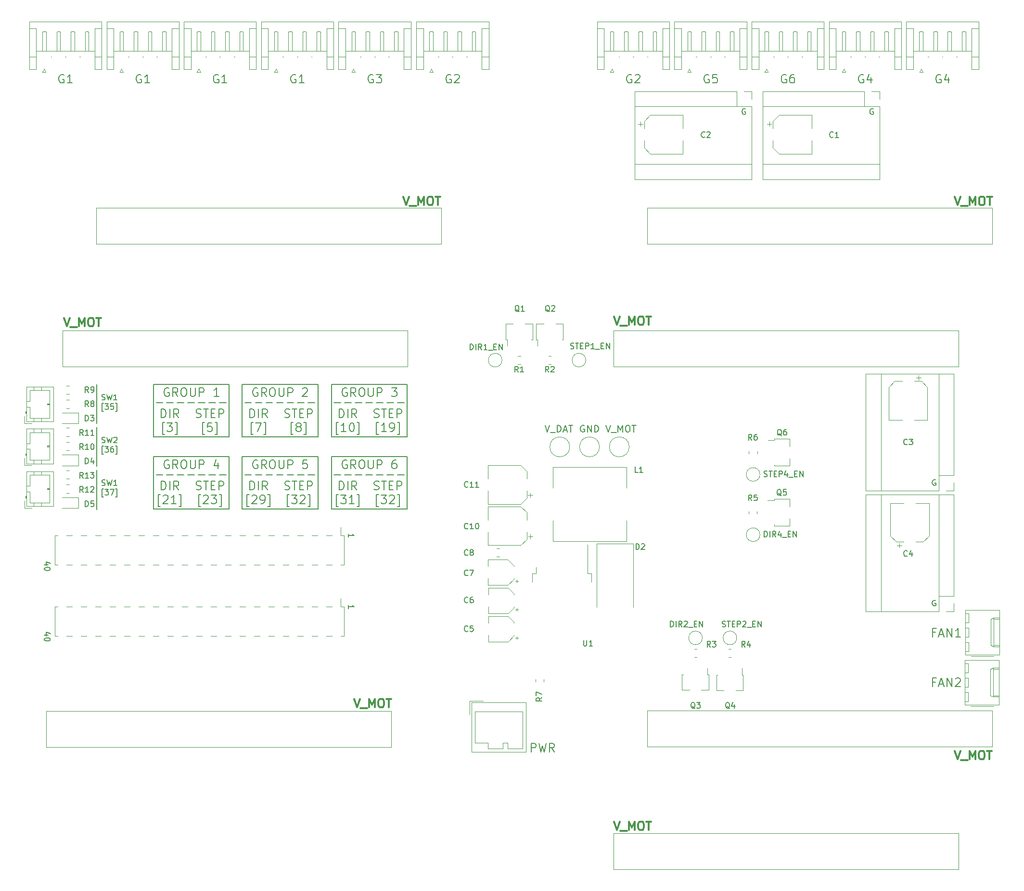
<source format=gbr>
G04 #@! TF.GenerationSoftware,KiCad,Pcbnew,(5.1.7)-1*
G04 #@! TF.CreationDate,2020-12-02T21:57:12+01:00*
G04 #@! TF.ProjectId,TonOfSteppers,546f6e4f-6653-4746-9570-706572732e6b,rev?*
G04 #@! TF.SameCoordinates,Original*
G04 #@! TF.FileFunction,Legend,Top*
G04 #@! TF.FilePolarity,Positive*
%FSLAX46Y46*%
G04 Gerber Fmt 4.6, Leading zero omitted, Abs format (unit mm)*
G04 Created by KiCad (PCBNEW (5.1.7)-1) date 2020-12-02 21:57:12*
%MOMM*%
%LPD*%
G01*
G04 APERTURE LIST*
%ADD10C,0.300000*%
%ADD11C,0.150000*%
%ADD12C,0.200000*%
%ADD13C,0.120000*%
G04 APERTURE END LIST*
D10*
X120274856Y-153610571D02*
X120774856Y-155110571D01*
X121274856Y-153610571D01*
X121417713Y-155253428D02*
X122560571Y-155253428D01*
X122917713Y-155110571D02*
X122917713Y-153610571D01*
X123417713Y-154682000D01*
X123917713Y-153610571D01*
X123917713Y-155110571D01*
X124917713Y-153610571D02*
X125203428Y-153610571D01*
X125346285Y-153682000D01*
X125489142Y-153824857D01*
X125560571Y-154110571D01*
X125560571Y-154610571D01*
X125489142Y-154896285D01*
X125346285Y-155039142D01*
X125203428Y-155110571D01*
X124917713Y-155110571D01*
X124774856Y-155039142D01*
X124631999Y-154896285D01*
X124560571Y-154610571D01*
X124560571Y-154110571D01*
X124631999Y-153824857D01*
X124774856Y-153682000D01*
X124917713Y-153610571D01*
X125989142Y-153610571D02*
X126846285Y-153610571D01*
X126417713Y-155110571D02*
X126417713Y-153610571D01*
X180218856Y-141164571D02*
X180718856Y-142664571D01*
X181218856Y-141164571D01*
X181361713Y-142807428D02*
X182504571Y-142807428D01*
X182861713Y-142664571D02*
X182861713Y-141164571D01*
X183361713Y-142236000D01*
X183861713Y-141164571D01*
X183861713Y-142664571D01*
X184861713Y-141164571D02*
X185147428Y-141164571D01*
X185290285Y-141236000D01*
X185433142Y-141378857D01*
X185504571Y-141664571D01*
X185504571Y-142164571D01*
X185433142Y-142450285D01*
X185290285Y-142593142D01*
X185147428Y-142664571D01*
X184861713Y-142664571D01*
X184718856Y-142593142D01*
X184575999Y-142450285D01*
X184504571Y-142164571D01*
X184504571Y-141664571D01*
X184575999Y-141378857D01*
X184718856Y-141236000D01*
X184861713Y-141164571D01*
X185933142Y-141164571D02*
X186790285Y-141164571D01*
X186361713Y-142664571D02*
X186361713Y-141164571D01*
X74554856Y-132020571D02*
X75054856Y-133520571D01*
X75554856Y-132020571D01*
X75697713Y-133663428D02*
X76840571Y-133663428D01*
X77197713Y-133520571D02*
X77197713Y-132020571D01*
X77697713Y-133092000D01*
X78197713Y-132020571D01*
X78197713Y-133520571D01*
X79197713Y-132020571D02*
X79483428Y-132020571D01*
X79626285Y-132092000D01*
X79769142Y-132234857D01*
X79840571Y-132520571D01*
X79840571Y-133020571D01*
X79769142Y-133306285D01*
X79626285Y-133449142D01*
X79483428Y-133520571D01*
X79197713Y-133520571D01*
X79054856Y-133449142D01*
X78911999Y-133306285D01*
X78840571Y-133020571D01*
X78840571Y-132520571D01*
X78911999Y-132234857D01*
X79054856Y-132092000D01*
X79197713Y-132020571D01*
X80269142Y-132020571D02*
X81126285Y-132020571D01*
X80697713Y-133520571D02*
X80697713Y-132020571D01*
X23500856Y-64964571D02*
X24000856Y-66464571D01*
X24500856Y-64964571D01*
X24643713Y-66607428D02*
X25786571Y-66607428D01*
X26143713Y-66464571D02*
X26143713Y-64964571D01*
X26643713Y-66036000D01*
X27143713Y-64964571D01*
X27143713Y-66464571D01*
X28143713Y-64964571D02*
X28429428Y-64964571D01*
X28572285Y-65036000D01*
X28715142Y-65178857D01*
X28786571Y-65464571D01*
X28786571Y-65964571D01*
X28715142Y-66250285D01*
X28572285Y-66393142D01*
X28429428Y-66464571D01*
X28143713Y-66464571D01*
X28000856Y-66393142D01*
X27857999Y-66250285D01*
X27786571Y-65964571D01*
X27786571Y-65464571D01*
X27857999Y-65178857D01*
X28000856Y-65036000D01*
X28143713Y-64964571D01*
X29215142Y-64964571D02*
X30072285Y-64964571D01*
X29643713Y-66464571D02*
X29643713Y-64964571D01*
X83190856Y-43628571D02*
X83690856Y-45128571D01*
X84190856Y-43628571D01*
X84333713Y-45271428D02*
X85476571Y-45271428D01*
X85833713Y-45128571D02*
X85833713Y-43628571D01*
X86333713Y-44700000D01*
X86833713Y-43628571D01*
X86833713Y-45128571D01*
X87833713Y-43628571D02*
X88119428Y-43628571D01*
X88262285Y-43700000D01*
X88405142Y-43842857D01*
X88476571Y-44128571D01*
X88476571Y-44628571D01*
X88405142Y-44914285D01*
X88262285Y-45057142D01*
X88119428Y-45128571D01*
X87833713Y-45128571D01*
X87690856Y-45057142D01*
X87547999Y-44914285D01*
X87476571Y-44628571D01*
X87476571Y-44128571D01*
X87547999Y-43842857D01*
X87690856Y-43700000D01*
X87833713Y-43628571D01*
X88905142Y-43628571D02*
X89762285Y-43628571D01*
X89333713Y-45128571D02*
X89333713Y-43628571D01*
X180227713Y-43628571D02*
X180727713Y-45128571D01*
X181227713Y-43628571D01*
X181370570Y-45271428D02*
X182513428Y-45271428D01*
X182870570Y-45128571D02*
X182870570Y-43628571D01*
X183370570Y-44700000D01*
X183870570Y-43628571D01*
X183870570Y-45128571D01*
X184870570Y-43628571D02*
X185156285Y-43628571D01*
X185299142Y-43700000D01*
X185441999Y-43842857D01*
X185513428Y-44128571D01*
X185513428Y-44628571D01*
X185441999Y-44914285D01*
X185299142Y-45057142D01*
X185156285Y-45128571D01*
X184870570Y-45128571D01*
X184727713Y-45057142D01*
X184584856Y-44914285D01*
X184513428Y-44628571D01*
X184513428Y-44128571D01*
X184584856Y-43842857D01*
X184727713Y-43700000D01*
X184870570Y-43628571D01*
X185941999Y-43628571D02*
X186799142Y-43628571D01*
X186370570Y-45128571D02*
X186370570Y-43628571D01*
X120274856Y-64710571D02*
X120774856Y-66210571D01*
X121274856Y-64710571D01*
X121417713Y-66353428D02*
X122560571Y-66353428D01*
X122917713Y-66210571D02*
X122917713Y-64710571D01*
X123417713Y-65782000D01*
X123917713Y-64710571D01*
X123917713Y-66210571D01*
X124917713Y-64710571D02*
X125203428Y-64710571D01*
X125346285Y-64782000D01*
X125489142Y-64924857D01*
X125560571Y-65210571D01*
X125560571Y-65710571D01*
X125489142Y-65996285D01*
X125346285Y-66139142D01*
X125203428Y-66210571D01*
X124917713Y-66210571D01*
X124774856Y-66139142D01*
X124631999Y-65996285D01*
X124560571Y-65710571D01*
X124560571Y-65210571D01*
X124631999Y-64924857D01*
X124774856Y-64782000D01*
X124917713Y-64710571D01*
X125989142Y-64710571D02*
X126846285Y-64710571D01*
X126417713Y-66210571D02*
X126417713Y-64710571D01*
D11*
X20746285Y-108392285D02*
X20079619Y-108392285D01*
X21127238Y-108154190D02*
X20412952Y-107916095D01*
X20412952Y-108535142D01*
X21079619Y-109106571D02*
X21079619Y-109201809D01*
X21032000Y-109297047D01*
X20984380Y-109344666D01*
X20889142Y-109392285D01*
X20698666Y-109439904D01*
X20460571Y-109439904D01*
X20270095Y-109392285D01*
X20174857Y-109344666D01*
X20127238Y-109297047D01*
X20079619Y-109201809D01*
X20079619Y-109106571D01*
X20127238Y-109011333D01*
X20174857Y-108963714D01*
X20270095Y-108916095D01*
X20460571Y-108868476D01*
X20698666Y-108868476D01*
X20889142Y-108916095D01*
X20984380Y-108963714D01*
X21032000Y-109011333D01*
X21079619Y-109106571D01*
X20746285Y-120792285D02*
X20079619Y-120792285D01*
X21127238Y-120554190D02*
X20412952Y-120316095D01*
X20412952Y-120935142D01*
X21079619Y-121506571D02*
X21079619Y-121601809D01*
X21032000Y-121697047D01*
X20984380Y-121744666D01*
X20889142Y-121792285D01*
X20698666Y-121839904D01*
X20460571Y-121839904D01*
X20270095Y-121792285D01*
X20174857Y-121744666D01*
X20127238Y-121697047D01*
X20079619Y-121601809D01*
X20079619Y-121506571D01*
X20127238Y-121411333D01*
X20174857Y-121363714D01*
X20270095Y-121316095D01*
X20460571Y-121268476D01*
X20698666Y-121268476D01*
X20889142Y-121316095D01*
X20984380Y-121363714D01*
X21032000Y-121411333D01*
X21079619Y-121506571D01*
D12*
X177768571Y-22198000D02*
X177625714Y-22126571D01*
X177411428Y-22126571D01*
X177197142Y-22198000D01*
X177054285Y-22340857D01*
X176982857Y-22483714D01*
X176911428Y-22769428D01*
X176911428Y-22983714D01*
X176982857Y-23269428D01*
X177054285Y-23412285D01*
X177197142Y-23555142D01*
X177411428Y-23626571D01*
X177554285Y-23626571D01*
X177768571Y-23555142D01*
X177840000Y-23483714D01*
X177840000Y-22983714D01*
X177554285Y-22983714D01*
X179125714Y-22626571D02*
X179125714Y-23626571D01*
X178768571Y-22055142D02*
X178411428Y-23126571D01*
X179340000Y-23126571D01*
X164168571Y-22198000D02*
X164025714Y-22126571D01*
X163811428Y-22126571D01*
X163597142Y-22198000D01*
X163454285Y-22340857D01*
X163382857Y-22483714D01*
X163311428Y-22769428D01*
X163311428Y-22983714D01*
X163382857Y-23269428D01*
X163454285Y-23412285D01*
X163597142Y-23555142D01*
X163811428Y-23626571D01*
X163954285Y-23626571D01*
X164168571Y-23555142D01*
X164240000Y-23483714D01*
X164240000Y-22983714D01*
X163954285Y-22983714D01*
X165525714Y-22626571D02*
X165525714Y-23626571D01*
X165168571Y-22055142D02*
X164811428Y-23126571D01*
X165740000Y-23126571D01*
X150568571Y-22198000D02*
X150425714Y-22126571D01*
X150211428Y-22126571D01*
X149997142Y-22198000D01*
X149854285Y-22340857D01*
X149782857Y-22483714D01*
X149711428Y-22769428D01*
X149711428Y-22983714D01*
X149782857Y-23269428D01*
X149854285Y-23412285D01*
X149997142Y-23555142D01*
X150211428Y-23626571D01*
X150354285Y-23626571D01*
X150568571Y-23555142D01*
X150640000Y-23483714D01*
X150640000Y-22983714D01*
X150354285Y-22983714D01*
X151925714Y-22126571D02*
X151640000Y-22126571D01*
X151497142Y-22198000D01*
X151425714Y-22269428D01*
X151282857Y-22483714D01*
X151211428Y-22769428D01*
X151211428Y-23340857D01*
X151282857Y-23483714D01*
X151354285Y-23555142D01*
X151497142Y-23626571D01*
X151782857Y-23626571D01*
X151925714Y-23555142D01*
X151997142Y-23483714D01*
X152068571Y-23340857D01*
X152068571Y-22983714D01*
X151997142Y-22840857D01*
X151925714Y-22769428D01*
X151782857Y-22698000D01*
X151497142Y-22698000D01*
X151354285Y-22769428D01*
X151282857Y-22840857D01*
X151211428Y-22983714D01*
X136968571Y-22198000D02*
X136825714Y-22126571D01*
X136611428Y-22126571D01*
X136397142Y-22198000D01*
X136254285Y-22340857D01*
X136182857Y-22483714D01*
X136111428Y-22769428D01*
X136111428Y-22983714D01*
X136182857Y-23269428D01*
X136254285Y-23412285D01*
X136397142Y-23555142D01*
X136611428Y-23626571D01*
X136754285Y-23626571D01*
X136968571Y-23555142D01*
X137040000Y-23483714D01*
X137040000Y-22983714D01*
X136754285Y-22983714D01*
X138397142Y-22126571D02*
X137682857Y-22126571D01*
X137611428Y-22840857D01*
X137682857Y-22769428D01*
X137825714Y-22698000D01*
X138182857Y-22698000D01*
X138325714Y-22769428D01*
X138397142Y-22840857D01*
X138468571Y-22983714D01*
X138468571Y-23340857D01*
X138397142Y-23483714D01*
X138325714Y-23555142D01*
X138182857Y-23626571D01*
X137825714Y-23626571D01*
X137682857Y-23555142D01*
X137611428Y-23483714D01*
X123370571Y-22198000D02*
X123227714Y-22126571D01*
X123013428Y-22126571D01*
X122799142Y-22198000D01*
X122656285Y-22340857D01*
X122584857Y-22483714D01*
X122513428Y-22769428D01*
X122513428Y-22983714D01*
X122584857Y-23269428D01*
X122656285Y-23412285D01*
X122799142Y-23555142D01*
X123013428Y-23626571D01*
X123156285Y-23626571D01*
X123370571Y-23555142D01*
X123442000Y-23483714D01*
X123442000Y-22983714D01*
X123156285Y-22983714D01*
X124013428Y-22269428D02*
X124084857Y-22198000D01*
X124227714Y-22126571D01*
X124584857Y-22126571D01*
X124727714Y-22198000D01*
X124799142Y-22269428D01*
X124870571Y-22412285D01*
X124870571Y-22555142D01*
X124799142Y-22769428D01*
X123942000Y-23626571D01*
X124870571Y-23626571D01*
X91570571Y-22198000D02*
X91427714Y-22126571D01*
X91213428Y-22126571D01*
X90999142Y-22198000D01*
X90856285Y-22340857D01*
X90784857Y-22483714D01*
X90713428Y-22769428D01*
X90713428Y-22983714D01*
X90784857Y-23269428D01*
X90856285Y-23412285D01*
X90999142Y-23555142D01*
X91213428Y-23626571D01*
X91356285Y-23626571D01*
X91570571Y-23555142D01*
X91642000Y-23483714D01*
X91642000Y-22983714D01*
X91356285Y-22983714D01*
X92213428Y-22269428D02*
X92284857Y-22198000D01*
X92427714Y-22126571D01*
X92784857Y-22126571D01*
X92927714Y-22198000D01*
X92999142Y-22269428D01*
X93070571Y-22412285D01*
X93070571Y-22555142D01*
X92999142Y-22769428D01*
X92142000Y-23626571D01*
X93070571Y-23626571D01*
X77870571Y-22198000D02*
X77727714Y-22126571D01*
X77513428Y-22126571D01*
X77299142Y-22198000D01*
X77156285Y-22340857D01*
X77084857Y-22483714D01*
X77013428Y-22769428D01*
X77013428Y-22983714D01*
X77084857Y-23269428D01*
X77156285Y-23412285D01*
X77299142Y-23555142D01*
X77513428Y-23626571D01*
X77656285Y-23626571D01*
X77870571Y-23555142D01*
X77942000Y-23483714D01*
X77942000Y-22983714D01*
X77656285Y-22983714D01*
X78442000Y-22126571D02*
X79370571Y-22126571D01*
X78870571Y-22698000D01*
X79084857Y-22698000D01*
X79227714Y-22769428D01*
X79299142Y-22840857D01*
X79370571Y-22983714D01*
X79370571Y-23340857D01*
X79299142Y-23483714D01*
X79227714Y-23555142D01*
X79084857Y-23626571D01*
X78656285Y-23626571D01*
X78513428Y-23555142D01*
X78442000Y-23483714D01*
X64268571Y-22198000D02*
X64125714Y-22126571D01*
X63911428Y-22126571D01*
X63697142Y-22198000D01*
X63554285Y-22340857D01*
X63482857Y-22483714D01*
X63411428Y-22769428D01*
X63411428Y-22983714D01*
X63482857Y-23269428D01*
X63554285Y-23412285D01*
X63697142Y-23555142D01*
X63911428Y-23626571D01*
X64054285Y-23626571D01*
X64268571Y-23555142D01*
X64340000Y-23483714D01*
X64340000Y-22983714D01*
X64054285Y-22983714D01*
X65768571Y-23626571D02*
X64911428Y-23626571D01*
X65340000Y-23626571D02*
X65340000Y-22126571D01*
X65197142Y-22340857D01*
X65054285Y-22483714D01*
X64911428Y-22555142D01*
X50670571Y-22198000D02*
X50527714Y-22126571D01*
X50313428Y-22126571D01*
X50099142Y-22198000D01*
X49956285Y-22340857D01*
X49884857Y-22483714D01*
X49813428Y-22769428D01*
X49813428Y-22983714D01*
X49884857Y-23269428D01*
X49956285Y-23412285D01*
X50099142Y-23555142D01*
X50313428Y-23626571D01*
X50456285Y-23626571D01*
X50670571Y-23555142D01*
X50742000Y-23483714D01*
X50742000Y-22983714D01*
X50456285Y-22983714D01*
X52170571Y-23626571D02*
X51313428Y-23626571D01*
X51742000Y-23626571D02*
X51742000Y-22126571D01*
X51599142Y-22340857D01*
X51456285Y-22483714D01*
X51313428Y-22555142D01*
X37070571Y-22198000D02*
X36927714Y-22126571D01*
X36713428Y-22126571D01*
X36499142Y-22198000D01*
X36356285Y-22340857D01*
X36284857Y-22483714D01*
X36213428Y-22769428D01*
X36213428Y-22983714D01*
X36284857Y-23269428D01*
X36356285Y-23412285D01*
X36499142Y-23555142D01*
X36713428Y-23626571D01*
X36856285Y-23626571D01*
X37070571Y-23555142D01*
X37142000Y-23483714D01*
X37142000Y-22983714D01*
X36856285Y-22983714D01*
X38570571Y-23626571D02*
X37713428Y-23626571D01*
X38142000Y-23626571D02*
X38142000Y-22126571D01*
X37999142Y-22340857D01*
X37856285Y-22483714D01*
X37713428Y-22555142D01*
X23470571Y-22198000D02*
X23327714Y-22126571D01*
X23113428Y-22126571D01*
X22899142Y-22198000D01*
X22756285Y-22340857D01*
X22684857Y-22483714D01*
X22613428Y-22769428D01*
X22613428Y-22983714D01*
X22684857Y-23269428D01*
X22756285Y-23412285D01*
X22899142Y-23555142D01*
X23113428Y-23626571D01*
X23256285Y-23626571D01*
X23470571Y-23555142D01*
X23542000Y-23483714D01*
X23542000Y-22983714D01*
X23256285Y-22983714D01*
X24970571Y-23626571D02*
X24113428Y-23626571D01*
X24542000Y-23626571D02*
X24542000Y-22126571D01*
X24399142Y-22340857D01*
X24256285Y-22483714D01*
X24113428Y-22555142D01*
X39729142Y-92575142D02*
X40872000Y-92575142D01*
X41586285Y-92575142D02*
X42729142Y-92575142D01*
X43443428Y-92575142D02*
X44586285Y-92575142D01*
X45300571Y-92575142D02*
X46443428Y-92575142D01*
X47157714Y-92575142D02*
X48300571Y-92575142D01*
X49014857Y-92575142D02*
X50157714Y-92575142D01*
X50872000Y-92575142D02*
X52014857Y-92575142D01*
X62353428Y-95160142D02*
X62567714Y-95231571D01*
X62924857Y-95231571D01*
X63067714Y-95160142D01*
X63139142Y-95088714D01*
X63210571Y-94945857D01*
X63210571Y-94803000D01*
X63139142Y-94660142D01*
X63067714Y-94588714D01*
X62924857Y-94517285D01*
X62639142Y-94445857D01*
X62496285Y-94374428D01*
X62424857Y-94303000D01*
X62353428Y-94160142D01*
X62353428Y-94017285D01*
X62424857Y-93874428D01*
X62496285Y-93803000D01*
X62639142Y-93731571D01*
X62996285Y-93731571D01*
X63210571Y-93803000D01*
X63639142Y-93731571D02*
X64496285Y-93731571D01*
X64067714Y-95231571D02*
X64067714Y-93731571D01*
X64996285Y-94445857D02*
X65496285Y-94445857D01*
X65710571Y-95231571D02*
X64996285Y-95231571D01*
X64996285Y-93731571D01*
X65710571Y-93731571D01*
X66353428Y-95231571D02*
X66353428Y-93731571D01*
X66924857Y-93731571D01*
X67067714Y-93803000D01*
X67139142Y-93874428D01*
X67210571Y-94017285D01*
X67210571Y-94231571D01*
X67139142Y-94374428D01*
X67067714Y-94445857D01*
X66924857Y-94517285D01*
X66353428Y-94517285D01*
X63139142Y-98181571D02*
X62782000Y-98181571D01*
X62782000Y-96038714D01*
X63139142Y-96038714D01*
X63567714Y-96181571D02*
X64496285Y-96181571D01*
X63996285Y-96753000D01*
X64210571Y-96753000D01*
X64353428Y-96824428D01*
X64424857Y-96895857D01*
X64496285Y-97038714D01*
X64496285Y-97395857D01*
X64424857Y-97538714D01*
X64353428Y-97610142D01*
X64210571Y-97681571D01*
X63782000Y-97681571D01*
X63639142Y-97610142D01*
X63567714Y-97538714D01*
X65067714Y-96324428D02*
X65139142Y-96253000D01*
X65282000Y-96181571D01*
X65639142Y-96181571D01*
X65782000Y-96253000D01*
X65853428Y-96324428D01*
X65924857Y-96467285D01*
X65924857Y-96610142D01*
X65853428Y-96824428D01*
X64996285Y-97681571D01*
X65924857Y-97681571D01*
X66424857Y-98181571D02*
X66782000Y-98181571D01*
X66782000Y-96038714D01*
X66424857Y-96038714D01*
X71942000Y-95231571D02*
X71942000Y-93731571D01*
X72299142Y-93731571D01*
X72513428Y-93803000D01*
X72656285Y-93945857D01*
X72727714Y-94088714D01*
X72799142Y-94374428D01*
X72799142Y-94588714D01*
X72727714Y-94874428D01*
X72656285Y-95017285D01*
X72513428Y-95160142D01*
X72299142Y-95231571D01*
X71942000Y-95231571D01*
X73442000Y-95231571D02*
X73442000Y-93731571D01*
X75013428Y-95231571D02*
X74513428Y-94517285D01*
X74156285Y-95231571D02*
X74156285Y-93731571D01*
X74727714Y-93731571D01*
X74870571Y-93803000D01*
X74942000Y-93874428D01*
X75013428Y-94017285D01*
X75013428Y-94231571D01*
X74942000Y-94374428D01*
X74870571Y-94445857D01*
X74727714Y-94517285D01*
X74156285Y-94517285D01*
X71799142Y-98181571D02*
X71442000Y-98181571D01*
X71442000Y-96038714D01*
X71799142Y-96038714D01*
X72227714Y-96181571D02*
X73156285Y-96181571D01*
X72656285Y-96753000D01*
X72870571Y-96753000D01*
X73013428Y-96824428D01*
X73084857Y-96895857D01*
X73156285Y-97038714D01*
X73156285Y-97395857D01*
X73084857Y-97538714D01*
X73013428Y-97610142D01*
X72870571Y-97681571D01*
X72442000Y-97681571D01*
X72299142Y-97610142D01*
X72227714Y-97538714D01*
X74584857Y-97681571D02*
X73727714Y-97681571D01*
X74156285Y-97681571D02*
X74156285Y-96181571D01*
X74013428Y-96395857D01*
X73870571Y-96538714D01*
X73727714Y-96610142D01*
X75084857Y-98181571D02*
X75442000Y-98181571D01*
X75442000Y-96038714D01*
X75084857Y-96038714D01*
X57557714Y-90068000D02*
X57414857Y-89996571D01*
X57200571Y-89996571D01*
X56986285Y-90068000D01*
X56843428Y-90210857D01*
X56772000Y-90353714D01*
X56700571Y-90639428D01*
X56700571Y-90853714D01*
X56772000Y-91139428D01*
X56843428Y-91282285D01*
X56986285Y-91425142D01*
X57200571Y-91496571D01*
X57343428Y-91496571D01*
X57557714Y-91425142D01*
X57629142Y-91353714D01*
X57629142Y-90853714D01*
X57343428Y-90853714D01*
X59129142Y-91496571D02*
X58629142Y-90782285D01*
X58272000Y-91496571D02*
X58272000Y-89996571D01*
X58843428Y-89996571D01*
X58986285Y-90068000D01*
X59057714Y-90139428D01*
X59129142Y-90282285D01*
X59129142Y-90496571D01*
X59057714Y-90639428D01*
X58986285Y-90710857D01*
X58843428Y-90782285D01*
X58272000Y-90782285D01*
X60057714Y-89996571D02*
X60343428Y-89996571D01*
X60486285Y-90068000D01*
X60629142Y-90210857D01*
X60700571Y-90496571D01*
X60700571Y-90996571D01*
X60629142Y-91282285D01*
X60486285Y-91425142D01*
X60343428Y-91496571D01*
X60057714Y-91496571D01*
X59914857Y-91425142D01*
X59772000Y-91282285D01*
X59700571Y-90996571D01*
X59700571Y-90496571D01*
X59772000Y-90210857D01*
X59914857Y-90068000D01*
X60057714Y-89996571D01*
X61343428Y-89996571D02*
X61343428Y-91210857D01*
X61414857Y-91353714D01*
X61486285Y-91425142D01*
X61629142Y-91496571D01*
X61914857Y-91496571D01*
X62057714Y-91425142D01*
X62129142Y-91353714D01*
X62200571Y-91210857D01*
X62200571Y-89996571D01*
X62914857Y-91496571D02*
X62914857Y-89996571D01*
X63486285Y-89996571D01*
X63629142Y-90068000D01*
X63700571Y-90139428D01*
X63772000Y-90282285D01*
X63772000Y-90496571D01*
X63700571Y-90639428D01*
X63629142Y-90710857D01*
X63486285Y-90782285D01*
X62914857Y-90782285D01*
X66272000Y-89996571D02*
X65557714Y-89996571D01*
X65486285Y-90710857D01*
X65557714Y-90639428D01*
X65700571Y-90568000D01*
X66057714Y-90568000D01*
X66200571Y-90639428D01*
X66272000Y-90710857D01*
X66343428Y-90853714D01*
X66343428Y-91210857D01*
X66272000Y-91353714D01*
X66200571Y-91425142D01*
X66057714Y-91496571D01*
X65700571Y-91496571D01*
X65557714Y-91425142D01*
X65486285Y-91353714D01*
X56222000Y-95231571D02*
X56222000Y-93731571D01*
X56579142Y-93731571D01*
X56793428Y-93803000D01*
X56936285Y-93945857D01*
X57007714Y-94088714D01*
X57079142Y-94374428D01*
X57079142Y-94588714D01*
X57007714Y-94874428D01*
X56936285Y-95017285D01*
X56793428Y-95160142D01*
X56579142Y-95231571D01*
X56222000Y-95231571D01*
X57722000Y-95231571D02*
X57722000Y-93731571D01*
X59293428Y-95231571D02*
X58793428Y-94517285D01*
X58436285Y-95231571D02*
X58436285Y-93731571D01*
X59007714Y-93731571D01*
X59150571Y-93803000D01*
X59222000Y-93874428D01*
X59293428Y-94017285D01*
X59293428Y-94231571D01*
X59222000Y-94374428D01*
X59150571Y-94445857D01*
X59007714Y-94517285D01*
X58436285Y-94517285D01*
X56079142Y-98181571D02*
X55722000Y-98181571D01*
X55722000Y-96038714D01*
X56079142Y-96038714D01*
X56579142Y-96324428D02*
X56650571Y-96253000D01*
X56793428Y-96181571D01*
X57150571Y-96181571D01*
X57293428Y-96253000D01*
X57364857Y-96324428D01*
X57436285Y-96467285D01*
X57436285Y-96610142D01*
X57364857Y-96824428D01*
X56507714Y-97681571D01*
X57436285Y-97681571D01*
X58150571Y-97681571D02*
X58436285Y-97681571D01*
X58579142Y-97610142D01*
X58650571Y-97538714D01*
X58793428Y-97324428D01*
X58864857Y-97038714D01*
X58864857Y-96467285D01*
X58793428Y-96324428D01*
X58722000Y-96253000D01*
X58579142Y-96181571D01*
X58293428Y-96181571D01*
X58150571Y-96253000D01*
X58079142Y-96324428D01*
X58007714Y-96467285D01*
X58007714Y-96824428D01*
X58079142Y-96967285D01*
X58150571Y-97038714D01*
X58293428Y-97110142D01*
X58579142Y-97110142D01*
X58722000Y-97038714D01*
X58793428Y-96967285D01*
X58864857Y-96824428D01*
X59364857Y-98181571D02*
X59722000Y-98181571D01*
X59722000Y-96038714D01*
X59364857Y-96038714D01*
X55329142Y-92585142D02*
X56472000Y-92585142D01*
X57186285Y-92585142D02*
X58329142Y-92585142D01*
X59043428Y-92585142D02*
X60186285Y-92585142D01*
X60900571Y-92585142D02*
X62043428Y-92585142D01*
X62757714Y-92585142D02*
X63900571Y-92585142D01*
X64614857Y-92585142D02*
X65757714Y-92585142D01*
X66472000Y-92585142D02*
X67614857Y-92585142D01*
X78073428Y-95160142D02*
X78287714Y-95231571D01*
X78644857Y-95231571D01*
X78787714Y-95160142D01*
X78859142Y-95088714D01*
X78930571Y-94945857D01*
X78930571Y-94803000D01*
X78859142Y-94660142D01*
X78787714Y-94588714D01*
X78644857Y-94517285D01*
X78359142Y-94445857D01*
X78216285Y-94374428D01*
X78144857Y-94303000D01*
X78073428Y-94160142D01*
X78073428Y-94017285D01*
X78144857Y-93874428D01*
X78216285Y-93803000D01*
X78359142Y-93731571D01*
X78716285Y-93731571D01*
X78930571Y-93803000D01*
X79359142Y-93731571D02*
X80216285Y-93731571D01*
X79787714Y-95231571D02*
X79787714Y-93731571D01*
X80716285Y-94445857D02*
X81216285Y-94445857D01*
X81430571Y-95231571D02*
X80716285Y-95231571D01*
X80716285Y-93731571D01*
X81430571Y-93731571D01*
X82073428Y-95231571D02*
X82073428Y-93731571D01*
X82644857Y-93731571D01*
X82787714Y-93803000D01*
X82859142Y-93874428D01*
X82930571Y-94017285D01*
X82930571Y-94231571D01*
X82859142Y-94374428D01*
X82787714Y-94445857D01*
X82644857Y-94517285D01*
X82073428Y-94517285D01*
X78859142Y-98181571D02*
X78502000Y-98181571D01*
X78502000Y-96038714D01*
X78859142Y-96038714D01*
X79287714Y-96181571D02*
X80216285Y-96181571D01*
X79716285Y-96753000D01*
X79930571Y-96753000D01*
X80073428Y-96824428D01*
X80144857Y-96895857D01*
X80216285Y-97038714D01*
X80216285Y-97395857D01*
X80144857Y-97538714D01*
X80073428Y-97610142D01*
X79930571Y-97681571D01*
X79502000Y-97681571D01*
X79359142Y-97610142D01*
X79287714Y-97538714D01*
X80787714Y-96324428D02*
X80859142Y-96253000D01*
X81002000Y-96181571D01*
X81359142Y-96181571D01*
X81502000Y-96253000D01*
X81573428Y-96324428D01*
X81644857Y-96467285D01*
X81644857Y-96610142D01*
X81573428Y-96824428D01*
X80716285Y-97681571D01*
X81644857Y-97681571D01*
X82144857Y-98181571D02*
X82502000Y-98181571D01*
X82502000Y-96038714D01*
X82144857Y-96038714D01*
X71049142Y-92585142D02*
X72192000Y-92585142D01*
X72906285Y-92585142D02*
X74049142Y-92585142D01*
X74763428Y-92585142D02*
X75906285Y-92585142D01*
X76620571Y-92585142D02*
X77763428Y-92585142D01*
X78477714Y-92585142D02*
X79620571Y-92585142D01*
X80334857Y-92585142D02*
X81477714Y-92585142D01*
X82192000Y-92585142D02*
X83334857Y-92585142D01*
X73277714Y-90068000D02*
X73134857Y-89996571D01*
X72920571Y-89996571D01*
X72706285Y-90068000D01*
X72563428Y-90210857D01*
X72492000Y-90353714D01*
X72420571Y-90639428D01*
X72420571Y-90853714D01*
X72492000Y-91139428D01*
X72563428Y-91282285D01*
X72706285Y-91425142D01*
X72920571Y-91496571D01*
X73063428Y-91496571D01*
X73277714Y-91425142D01*
X73349142Y-91353714D01*
X73349142Y-90853714D01*
X73063428Y-90853714D01*
X74849142Y-91496571D02*
X74349142Y-90782285D01*
X73992000Y-91496571D02*
X73992000Y-89996571D01*
X74563428Y-89996571D01*
X74706285Y-90068000D01*
X74777714Y-90139428D01*
X74849142Y-90282285D01*
X74849142Y-90496571D01*
X74777714Y-90639428D01*
X74706285Y-90710857D01*
X74563428Y-90782285D01*
X73992000Y-90782285D01*
X75777714Y-89996571D02*
X76063428Y-89996571D01*
X76206285Y-90068000D01*
X76349142Y-90210857D01*
X76420571Y-90496571D01*
X76420571Y-90996571D01*
X76349142Y-91282285D01*
X76206285Y-91425142D01*
X76063428Y-91496571D01*
X75777714Y-91496571D01*
X75634857Y-91425142D01*
X75492000Y-91282285D01*
X75420571Y-90996571D01*
X75420571Y-90496571D01*
X75492000Y-90210857D01*
X75634857Y-90068000D01*
X75777714Y-89996571D01*
X77063428Y-89996571D02*
X77063428Y-91210857D01*
X77134857Y-91353714D01*
X77206285Y-91425142D01*
X77349142Y-91496571D01*
X77634857Y-91496571D01*
X77777714Y-91425142D01*
X77849142Y-91353714D01*
X77920571Y-91210857D01*
X77920571Y-89996571D01*
X78634857Y-91496571D02*
X78634857Y-89996571D01*
X79206285Y-89996571D01*
X79349142Y-90068000D01*
X79420571Y-90139428D01*
X79492000Y-90282285D01*
X79492000Y-90496571D01*
X79420571Y-90639428D01*
X79349142Y-90710857D01*
X79206285Y-90782285D01*
X78634857Y-90782285D01*
X81920571Y-89996571D02*
X81634857Y-89996571D01*
X81492000Y-90068000D01*
X81420571Y-90139428D01*
X81277714Y-90353714D01*
X81206285Y-90639428D01*
X81206285Y-91210857D01*
X81277714Y-91353714D01*
X81349142Y-91425142D01*
X81492000Y-91496571D01*
X81777714Y-91496571D01*
X81920571Y-91425142D01*
X81992000Y-91353714D01*
X82063428Y-91210857D01*
X82063428Y-90853714D01*
X81992000Y-90710857D01*
X81920571Y-90639428D01*
X81777714Y-90568000D01*
X81492000Y-90568000D01*
X81349142Y-90639428D01*
X81277714Y-90710857D01*
X81206285Y-90853714D01*
D11*
X70582000Y-89358000D02*
X83912000Y-89358000D01*
X70592000Y-98618000D02*
X70582000Y-91198000D01*
X83912000Y-89358000D02*
X83912000Y-98608000D01*
X83912000Y-98608000D02*
X70592000Y-98618000D01*
X54862000Y-91198000D02*
X54862000Y-89358000D01*
X39262000Y-91188000D02*
X39262000Y-89348000D01*
X54862000Y-89358000D02*
X68192000Y-89358000D01*
X54872000Y-98618000D02*
X54862000Y-91198000D01*
X68192000Y-89358000D02*
X68192000Y-98608000D01*
X39262000Y-89348000D02*
X52592000Y-89348000D01*
X68192000Y-98608000D02*
X54872000Y-98618000D01*
X39272000Y-98608000D02*
X39262000Y-91188000D01*
X52592000Y-89348000D02*
X52592000Y-98598000D01*
X70582000Y-91198000D02*
X70582000Y-89358000D01*
X52592000Y-98598000D02*
X39272000Y-98608000D01*
D12*
X46753428Y-95150142D02*
X46967714Y-95221571D01*
X47324857Y-95221571D01*
X47467714Y-95150142D01*
X47539142Y-95078714D01*
X47610571Y-94935857D01*
X47610571Y-94793000D01*
X47539142Y-94650142D01*
X47467714Y-94578714D01*
X47324857Y-94507285D01*
X47039142Y-94435857D01*
X46896285Y-94364428D01*
X46824857Y-94293000D01*
X46753428Y-94150142D01*
X46753428Y-94007285D01*
X46824857Y-93864428D01*
X46896285Y-93793000D01*
X47039142Y-93721571D01*
X47396285Y-93721571D01*
X47610571Y-93793000D01*
X48039142Y-93721571D02*
X48896285Y-93721571D01*
X48467714Y-95221571D02*
X48467714Y-93721571D01*
X49396285Y-94435857D02*
X49896285Y-94435857D01*
X50110571Y-95221571D02*
X49396285Y-95221571D01*
X49396285Y-93721571D01*
X50110571Y-93721571D01*
X50753428Y-95221571D02*
X50753428Y-93721571D01*
X51324857Y-93721571D01*
X51467714Y-93793000D01*
X51539142Y-93864428D01*
X51610571Y-94007285D01*
X51610571Y-94221571D01*
X51539142Y-94364428D01*
X51467714Y-94435857D01*
X51324857Y-94507285D01*
X50753428Y-94507285D01*
X47539142Y-98171571D02*
X47182000Y-98171571D01*
X47182000Y-96028714D01*
X47539142Y-96028714D01*
X48039142Y-96314428D02*
X48110571Y-96243000D01*
X48253428Y-96171571D01*
X48610571Y-96171571D01*
X48753428Y-96243000D01*
X48824857Y-96314428D01*
X48896285Y-96457285D01*
X48896285Y-96600142D01*
X48824857Y-96814428D01*
X47967714Y-97671571D01*
X48896285Y-97671571D01*
X49396285Y-96171571D02*
X50324857Y-96171571D01*
X49824857Y-96743000D01*
X50039142Y-96743000D01*
X50182000Y-96814428D01*
X50253428Y-96885857D01*
X50324857Y-97028714D01*
X50324857Y-97385857D01*
X50253428Y-97528714D01*
X50182000Y-97600142D01*
X50039142Y-97671571D01*
X49610571Y-97671571D01*
X49467714Y-97600142D01*
X49396285Y-97528714D01*
X50824857Y-98171571D02*
X51182000Y-98171571D01*
X51182000Y-96028714D01*
X50824857Y-96028714D01*
X41957714Y-90058000D02*
X41814857Y-89986571D01*
X41600571Y-89986571D01*
X41386285Y-90058000D01*
X41243428Y-90200857D01*
X41172000Y-90343714D01*
X41100571Y-90629428D01*
X41100571Y-90843714D01*
X41172000Y-91129428D01*
X41243428Y-91272285D01*
X41386285Y-91415142D01*
X41600571Y-91486571D01*
X41743428Y-91486571D01*
X41957714Y-91415142D01*
X42029142Y-91343714D01*
X42029142Y-90843714D01*
X41743428Y-90843714D01*
X43529142Y-91486571D02*
X43029142Y-90772285D01*
X42672000Y-91486571D02*
X42672000Y-89986571D01*
X43243428Y-89986571D01*
X43386285Y-90058000D01*
X43457714Y-90129428D01*
X43529142Y-90272285D01*
X43529142Y-90486571D01*
X43457714Y-90629428D01*
X43386285Y-90700857D01*
X43243428Y-90772285D01*
X42672000Y-90772285D01*
X44457714Y-89986571D02*
X44743428Y-89986571D01*
X44886285Y-90058000D01*
X45029142Y-90200857D01*
X45100571Y-90486571D01*
X45100571Y-90986571D01*
X45029142Y-91272285D01*
X44886285Y-91415142D01*
X44743428Y-91486571D01*
X44457714Y-91486571D01*
X44314857Y-91415142D01*
X44172000Y-91272285D01*
X44100571Y-90986571D01*
X44100571Y-90486571D01*
X44172000Y-90200857D01*
X44314857Y-90058000D01*
X44457714Y-89986571D01*
X45743428Y-89986571D02*
X45743428Y-91200857D01*
X45814857Y-91343714D01*
X45886285Y-91415142D01*
X46029142Y-91486571D01*
X46314857Y-91486571D01*
X46457714Y-91415142D01*
X46529142Y-91343714D01*
X46600571Y-91200857D01*
X46600571Y-89986571D01*
X47314857Y-91486571D02*
X47314857Y-89986571D01*
X47886285Y-89986571D01*
X48029142Y-90058000D01*
X48100571Y-90129428D01*
X48172000Y-90272285D01*
X48172000Y-90486571D01*
X48100571Y-90629428D01*
X48029142Y-90700857D01*
X47886285Y-90772285D01*
X47314857Y-90772285D01*
X50600571Y-90486571D02*
X50600571Y-91486571D01*
X50243428Y-89915142D02*
X49886285Y-90986571D01*
X50814857Y-90986571D01*
X40622000Y-95221571D02*
X40622000Y-93721571D01*
X40979142Y-93721571D01*
X41193428Y-93793000D01*
X41336285Y-93935857D01*
X41407714Y-94078714D01*
X41479142Y-94364428D01*
X41479142Y-94578714D01*
X41407714Y-94864428D01*
X41336285Y-95007285D01*
X41193428Y-95150142D01*
X40979142Y-95221571D01*
X40622000Y-95221571D01*
X42122000Y-95221571D02*
X42122000Y-93721571D01*
X43693428Y-95221571D02*
X43193428Y-94507285D01*
X42836285Y-95221571D02*
X42836285Y-93721571D01*
X43407714Y-93721571D01*
X43550571Y-93793000D01*
X43622000Y-93864428D01*
X43693428Y-94007285D01*
X43693428Y-94221571D01*
X43622000Y-94364428D01*
X43550571Y-94435857D01*
X43407714Y-94507285D01*
X42836285Y-94507285D01*
X40479142Y-98171571D02*
X40122000Y-98171571D01*
X40122000Y-96028714D01*
X40479142Y-96028714D01*
X40979142Y-96314428D02*
X41050571Y-96243000D01*
X41193428Y-96171571D01*
X41550571Y-96171571D01*
X41693428Y-96243000D01*
X41764857Y-96314428D01*
X41836285Y-96457285D01*
X41836285Y-96600142D01*
X41764857Y-96814428D01*
X40907714Y-97671571D01*
X41836285Y-97671571D01*
X43264857Y-97671571D02*
X42407714Y-97671571D01*
X42836285Y-97671571D02*
X42836285Y-96171571D01*
X42693428Y-96385857D01*
X42550571Y-96528714D01*
X42407714Y-96600142D01*
X43764857Y-98171571D02*
X44122000Y-98171571D01*
X44122000Y-96028714D01*
X43764857Y-96028714D01*
X71049142Y-79885142D02*
X72192000Y-79885142D01*
X72906285Y-79885142D02*
X74049142Y-79885142D01*
X74763428Y-79885142D02*
X75906285Y-79885142D01*
X76620571Y-79885142D02*
X77763428Y-79885142D01*
X78477714Y-79885142D02*
X79620571Y-79885142D01*
X80334857Y-79885142D02*
X81477714Y-79885142D01*
X82192000Y-79885142D02*
X83334857Y-79885142D01*
D11*
X70582000Y-78498000D02*
X70582000Y-76658000D01*
X70582000Y-76658000D02*
X83912000Y-76658000D01*
X70592000Y-85918000D02*
X70582000Y-78498000D01*
X83912000Y-76658000D02*
X83912000Y-85908000D01*
X83912000Y-85908000D02*
X70592000Y-85918000D01*
D12*
X78073428Y-82460142D02*
X78287714Y-82531571D01*
X78644857Y-82531571D01*
X78787714Y-82460142D01*
X78859142Y-82388714D01*
X78930571Y-82245857D01*
X78930571Y-82103000D01*
X78859142Y-81960142D01*
X78787714Y-81888714D01*
X78644857Y-81817285D01*
X78359142Y-81745857D01*
X78216285Y-81674428D01*
X78144857Y-81603000D01*
X78073428Y-81460142D01*
X78073428Y-81317285D01*
X78144857Y-81174428D01*
X78216285Y-81103000D01*
X78359142Y-81031571D01*
X78716285Y-81031571D01*
X78930571Y-81103000D01*
X79359142Y-81031571D02*
X80216285Y-81031571D01*
X79787714Y-82531571D02*
X79787714Y-81031571D01*
X80716285Y-81745857D02*
X81216285Y-81745857D01*
X81430571Y-82531571D02*
X80716285Y-82531571D01*
X80716285Y-81031571D01*
X81430571Y-81031571D01*
X82073428Y-82531571D02*
X82073428Y-81031571D01*
X82644857Y-81031571D01*
X82787714Y-81103000D01*
X82859142Y-81174428D01*
X82930571Y-81317285D01*
X82930571Y-81531571D01*
X82859142Y-81674428D01*
X82787714Y-81745857D01*
X82644857Y-81817285D01*
X82073428Y-81817285D01*
X78859142Y-85481571D02*
X78502000Y-85481571D01*
X78502000Y-83338714D01*
X78859142Y-83338714D01*
X80216285Y-84981571D02*
X79359142Y-84981571D01*
X79787714Y-84981571D02*
X79787714Y-83481571D01*
X79644857Y-83695857D01*
X79502000Y-83838714D01*
X79359142Y-83910142D01*
X80930571Y-84981571D02*
X81216285Y-84981571D01*
X81359142Y-84910142D01*
X81430571Y-84838714D01*
X81573428Y-84624428D01*
X81644857Y-84338714D01*
X81644857Y-83767285D01*
X81573428Y-83624428D01*
X81502000Y-83553000D01*
X81359142Y-83481571D01*
X81073428Y-83481571D01*
X80930571Y-83553000D01*
X80859142Y-83624428D01*
X80787714Y-83767285D01*
X80787714Y-84124428D01*
X80859142Y-84267285D01*
X80930571Y-84338714D01*
X81073428Y-84410142D01*
X81359142Y-84410142D01*
X81502000Y-84338714D01*
X81573428Y-84267285D01*
X81644857Y-84124428D01*
X82144857Y-85481571D02*
X82502000Y-85481571D01*
X82502000Y-83338714D01*
X82144857Y-83338714D01*
X73277714Y-77368000D02*
X73134857Y-77296571D01*
X72920571Y-77296571D01*
X72706285Y-77368000D01*
X72563428Y-77510857D01*
X72492000Y-77653714D01*
X72420571Y-77939428D01*
X72420571Y-78153714D01*
X72492000Y-78439428D01*
X72563428Y-78582285D01*
X72706285Y-78725142D01*
X72920571Y-78796571D01*
X73063428Y-78796571D01*
X73277714Y-78725142D01*
X73349142Y-78653714D01*
X73349142Y-78153714D01*
X73063428Y-78153714D01*
X74849142Y-78796571D02*
X74349142Y-78082285D01*
X73992000Y-78796571D02*
X73992000Y-77296571D01*
X74563428Y-77296571D01*
X74706285Y-77368000D01*
X74777714Y-77439428D01*
X74849142Y-77582285D01*
X74849142Y-77796571D01*
X74777714Y-77939428D01*
X74706285Y-78010857D01*
X74563428Y-78082285D01*
X73992000Y-78082285D01*
X75777714Y-77296571D02*
X76063428Y-77296571D01*
X76206285Y-77368000D01*
X76349142Y-77510857D01*
X76420571Y-77796571D01*
X76420571Y-78296571D01*
X76349142Y-78582285D01*
X76206285Y-78725142D01*
X76063428Y-78796571D01*
X75777714Y-78796571D01*
X75634857Y-78725142D01*
X75492000Y-78582285D01*
X75420571Y-78296571D01*
X75420571Y-77796571D01*
X75492000Y-77510857D01*
X75634857Y-77368000D01*
X75777714Y-77296571D01*
X77063428Y-77296571D02*
X77063428Y-78510857D01*
X77134857Y-78653714D01*
X77206285Y-78725142D01*
X77349142Y-78796571D01*
X77634857Y-78796571D01*
X77777714Y-78725142D01*
X77849142Y-78653714D01*
X77920571Y-78510857D01*
X77920571Y-77296571D01*
X78634857Y-78796571D02*
X78634857Y-77296571D01*
X79206285Y-77296571D01*
X79349142Y-77368000D01*
X79420571Y-77439428D01*
X79492000Y-77582285D01*
X79492000Y-77796571D01*
X79420571Y-77939428D01*
X79349142Y-78010857D01*
X79206285Y-78082285D01*
X78634857Y-78082285D01*
X81134857Y-77296571D02*
X82063428Y-77296571D01*
X81563428Y-77868000D01*
X81777714Y-77868000D01*
X81920571Y-77939428D01*
X81992000Y-78010857D01*
X82063428Y-78153714D01*
X82063428Y-78510857D01*
X81992000Y-78653714D01*
X81920571Y-78725142D01*
X81777714Y-78796571D01*
X81349142Y-78796571D01*
X81206285Y-78725142D01*
X81134857Y-78653714D01*
X71942000Y-82531571D02*
X71942000Y-81031571D01*
X72299142Y-81031571D01*
X72513428Y-81103000D01*
X72656285Y-81245857D01*
X72727714Y-81388714D01*
X72799142Y-81674428D01*
X72799142Y-81888714D01*
X72727714Y-82174428D01*
X72656285Y-82317285D01*
X72513428Y-82460142D01*
X72299142Y-82531571D01*
X71942000Y-82531571D01*
X73442000Y-82531571D02*
X73442000Y-81031571D01*
X75013428Y-82531571D02*
X74513428Y-81817285D01*
X74156285Y-82531571D02*
X74156285Y-81031571D01*
X74727714Y-81031571D01*
X74870571Y-81103000D01*
X74942000Y-81174428D01*
X75013428Y-81317285D01*
X75013428Y-81531571D01*
X74942000Y-81674428D01*
X74870571Y-81745857D01*
X74727714Y-81817285D01*
X74156285Y-81817285D01*
X71799142Y-85481571D02*
X71442000Y-85481571D01*
X71442000Y-83338714D01*
X71799142Y-83338714D01*
X73156285Y-84981571D02*
X72299142Y-84981571D01*
X72727714Y-84981571D02*
X72727714Y-83481571D01*
X72584857Y-83695857D01*
X72442000Y-83838714D01*
X72299142Y-83910142D01*
X74084857Y-83481571D02*
X74227714Y-83481571D01*
X74370571Y-83553000D01*
X74442000Y-83624428D01*
X74513428Y-83767285D01*
X74584857Y-84053000D01*
X74584857Y-84410142D01*
X74513428Y-84695857D01*
X74442000Y-84838714D01*
X74370571Y-84910142D01*
X74227714Y-84981571D01*
X74084857Y-84981571D01*
X73942000Y-84910142D01*
X73870571Y-84838714D01*
X73799142Y-84695857D01*
X73727714Y-84410142D01*
X73727714Y-84053000D01*
X73799142Y-83767285D01*
X73870571Y-83624428D01*
X73942000Y-83553000D01*
X74084857Y-83481571D01*
X75084857Y-85481571D02*
X75442000Y-85481571D01*
X75442000Y-83338714D01*
X75084857Y-83338714D01*
X55329142Y-79885142D02*
X56472000Y-79885142D01*
X57186285Y-79885142D02*
X58329142Y-79885142D01*
X59043428Y-79885142D02*
X60186285Y-79885142D01*
X60900571Y-79885142D02*
X62043428Y-79885142D01*
X62757714Y-79885142D02*
X63900571Y-79885142D01*
X64614857Y-79885142D02*
X65757714Y-79885142D01*
X66472000Y-79885142D02*
X67614857Y-79885142D01*
D11*
X54862000Y-78498000D02*
X54862000Y-76658000D01*
X54862000Y-76658000D02*
X68192000Y-76658000D01*
X54872000Y-85918000D02*
X54862000Y-78498000D01*
X68192000Y-76658000D02*
X68192000Y-85908000D01*
X68192000Y-85908000D02*
X54872000Y-85918000D01*
D12*
X62353428Y-82460142D02*
X62567714Y-82531571D01*
X62924857Y-82531571D01*
X63067714Y-82460142D01*
X63139142Y-82388714D01*
X63210571Y-82245857D01*
X63210571Y-82103000D01*
X63139142Y-81960142D01*
X63067714Y-81888714D01*
X62924857Y-81817285D01*
X62639142Y-81745857D01*
X62496285Y-81674428D01*
X62424857Y-81603000D01*
X62353428Y-81460142D01*
X62353428Y-81317285D01*
X62424857Y-81174428D01*
X62496285Y-81103000D01*
X62639142Y-81031571D01*
X62996285Y-81031571D01*
X63210571Y-81103000D01*
X63639142Y-81031571D02*
X64496285Y-81031571D01*
X64067714Y-82531571D02*
X64067714Y-81031571D01*
X64996285Y-81745857D02*
X65496285Y-81745857D01*
X65710571Y-82531571D02*
X64996285Y-82531571D01*
X64996285Y-81031571D01*
X65710571Y-81031571D01*
X66353428Y-82531571D02*
X66353428Y-81031571D01*
X66924857Y-81031571D01*
X67067714Y-81103000D01*
X67139142Y-81174428D01*
X67210571Y-81317285D01*
X67210571Y-81531571D01*
X67139142Y-81674428D01*
X67067714Y-81745857D01*
X66924857Y-81817285D01*
X66353428Y-81817285D01*
X63853428Y-85481571D02*
X63496285Y-85481571D01*
X63496285Y-83338714D01*
X63853428Y-83338714D01*
X64639142Y-84124428D02*
X64496285Y-84053000D01*
X64424857Y-83981571D01*
X64353428Y-83838714D01*
X64353428Y-83767285D01*
X64424857Y-83624428D01*
X64496285Y-83553000D01*
X64639142Y-83481571D01*
X64924857Y-83481571D01*
X65067714Y-83553000D01*
X65139142Y-83624428D01*
X65210571Y-83767285D01*
X65210571Y-83838714D01*
X65139142Y-83981571D01*
X65067714Y-84053000D01*
X64924857Y-84124428D01*
X64639142Y-84124428D01*
X64496285Y-84195857D01*
X64424857Y-84267285D01*
X64353428Y-84410142D01*
X64353428Y-84695857D01*
X64424857Y-84838714D01*
X64496285Y-84910142D01*
X64639142Y-84981571D01*
X64924857Y-84981571D01*
X65067714Y-84910142D01*
X65139142Y-84838714D01*
X65210571Y-84695857D01*
X65210571Y-84410142D01*
X65139142Y-84267285D01*
X65067714Y-84195857D01*
X64924857Y-84124428D01*
X65710571Y-85481571D02*
X66067714Y-85481571D01*
X66067714Y-83338714D01*
X65710571Y-83338714D01*
X57557714Y-77368000D02*
X57414857Y-77296571D01*
X57200571Y-77296571D01*
X56986285Y-77368000D01*
X56843428Y-77510857D01*
X56772000Y-77653714D01*
X56700571Y-77939428D01*
X56700571Y-78153714D01*
X56772000Y-78439428D01*
X56843428Y-78582285D01*
X56986285Y-78725142D01*
X57200571Y-78796571D01*
X57343428Y-78796571D01*
X57557714Y-78725142D01*
X57629142Y-78653714D01*
X57629142Y-78153714D01*
X57343428Y-78153714D01*
X59129142Y-78796571D02*
X58629142Y-78082285D01*
X58272000Y-78796571D02*
X58272000Y-77296571D01*
X58843428Y-77296571D01*
X58986285Y-77368000D01*
X59057714Y-77439428D01*
X59129142Y-77582285D01*
X59129142Y-77796571D01*
X59057714Y-77939428D01*
X58986285Y-78010857D01*
X58843428Y-78082285D01*
X58272000Y-78082285D01*
X60057714Y-77296571D02*
X60343428Y-77296571D01*
X60486285Y-77368000D01*
X60629142Y-77510857D01*
X60700571Y-77796571D01*
X60700571Y-78296571D01*
X60629142Y-78582285D01*
X60486285Y-78725142D01*
X60343428Y-78796571D01*
X60057714Y-78796571D01*
X59914857Y-78725142D01*
X59772000Y-78582285D01*
X59700571Y-78296571D01*
X59700571Y-77796571D01*
X59772000Y-77510857D01*
X59914857Y-77368000D01*
X60057714Y-77296571D01*
X61343428Y-77296571D02*
X61343428Y-78510857D01*
X61414857Y-78653714D01*
X61486285Y-78725142D01*
X61629142Y-78796571D01*
X61914857Y-78796571D01*
X62057714Y-78725142D01*
X62129142Y-78653714D01*
X62200571Y-78510857D01*
X62200571Y-77296571D01*
X62914857Y-78796571D02*
X62914857Y-77296571D01*
X63486285Y-77296571D01*
X63629142Y-77368000D01*
X63700571Y-77439428D01*
X63772000Y-77582285D01*
X63772000Y-77796571D01*
X63700571Y-77939428D01*
X63629142Y-78010857D01*
X63486285Y-78082285D01*
X62914857Y-78082285D01*
X65486285Y-77439428D02*
X65557714Y-77368000D01*
X65700571Y-77296571D01*
X66057714Y-77296571D01*
X66200571Y-77368000D01*
X66272000Y-77439428D01*
X66343428Y-77582285D01*
X66343428Y-77725142D01*
X66272000Y-77939428D01*
X65414857Y-78796571D01*
X66343428Y-78796571D01*
X56222000Y-82531571D02*
X56222000Y-81031571D01*
X56579142Y-81031571D01*
X56793428Y-81103000D01*
X56936285Y-81245857D01*
X57007714Y-81388714D01*
X57079142Y-81674428D01*
X57079142Y-81888714D01*
X57007714Y-82174428D01*
X56936285Y-82317285D01*
X56793428Y-82460142D01*
X56579142Y-82531571D01*
X56222000Y-82531571D01*
X57722000Y-82531571D02*
X57722000Y-81031571D01*
X59293428Y-82531571D02*
X58793428Y-81817285D01*
X58436285Y-82531571D02*
X58436285Y-81031571D01*
X59007714Y-81031571D01*
X59150571Y-81103000D01*
X59222000Y-81174428D01*
X59293428Y-81317285D01*
X59293428Y-81531571D01*
X59222000Y-81674428D01*
X59150571Y-81745857D01*
X59007714Y-81817285D01*
X58436285Y-81817285D01*
X56793428Y-85481571D02*
X56436285Y-85481571D01*
X56436285Y-83338714D01*
X56793428Y-83338714D01*
X57222000Y-83481571D02*
X58222000Y-83481571D01*
X57579142Y-84981571D01*
X58650571Y-85481571D02*
X59007714Y-85481571D01*
X59007714Y-83338714D01*
X58650571Y-83338714D01*
X39729142Y-79875142D02*
X40872000Y-79875142D01*
X41586285Y-79875142D02*
X42729142Y-79875142D01*
X43443428Y-79875142D02*
X44586285Y-79875142D01*
X45300571Y-79875142D02*
X46443428Y-79875142D01*
X47157714Y-79875142D02*
X48300571Y-79875142D01*
X49014857Y-79875142D02*
X50157714Y-79875142D01*
X50872000Y-79875142D02*
X52014857Y-79875142D01*
D11*
X39262000Y-76648000D02*
X52592000Y-76648000D01*
X39262000Y-78488000D02*
X39262000Y-76648000D01*
X39272000Y-85908000D02*
X39262000Y-78488000D01*
X52592000Y-85898000D02*
X39272000Y-85908000D01*
X52592000Y-76648000D02*
X52592000Y-85898000D01*
D12*
X46753428Y-82450142D02*
X46967714Y-82521571D01*
X47324857Y-82521571D01*
X47467714Y-82450142D01*
X47539142Y-82378714D01*
X47610571Y-82235857D01*
X47610571Y-82093000D01*
X47539142Y-81950142D01*
X47467714Y-81878714D01*
X47324857Y-81807285D01*
X47039142Y-81735857D01*
X46896285Y-81664428D01*
X46824857Y-81593000D01*
X46753428Y-81450142D01*
X46753428Y-81307285D01*
X46824857Y-81164428D01*
X46896285Y-81093000D01*
X47039142Y-81021571D01*
X47396285Y-81021571D01*
X47610571Y-81093000D01*
X48039142Y-81021571D02*
X48896285Y-81021571D01*
X48467714Y-82521571D02*
X48467714Y-81021571D01*
X49396285Y-81735857D02*
X49896285Y-81735857D01*
X50110571Y-82521571D02*
X49396285Y-82521571D01*
X49396285Y-81021571D01*
X50110571Y-81021571D01*
X50753428Y-82521571D02*
X50753428Y-81021571D01*
X51324857Y-81021571D01*
X51467714Y-81093000D01*
X51539142Y-81164428D01*
X51610571Y-81307285D01*
X51610571Y-81521571D01*
X51539142Y-81664428D01*
X51467714Y-81735857D01*
X51324857Y-81807285D01*
X50753428Y-81807285D01*
X48253428Y-85471571D02*
X47896285Y-85471571D01*
X47896285Y-83328714D01*
X48253428Y-83328714D01*
X49539142Y-83471571D02*
X48824857Y-83471571D01*
X48753428Y-84185857D01*
X48824857Y-84114428D01*
X48967714Y-84043000D01*
X49324857Y-84043000D01*
X49467714Y-84114428D01*
X49539142Y-84185857D01*
X49610571Y-84328714D01*
X49610571Y-84685857D01*
X49539142Y-84828714D01*
X49467714Y-84900142D01*
X49324857Y-84971571D01*
X48967714Y-84971571D01*
X48824857Y-84900142D01*
X48753428Y-84828714D01*
X50110571Y-85471571D02*
X50467714Y-85471571D01*
X50467714Y-83328714D01*
X50110571Y-83328714D01*
X40622000Y-82521571D02*
X40622000Y-81021571D01*
X40979142Y-81021571D01*
X41193428Y-81093000D01*
X41336285Y-81235857D01*
X41407714Y-81378714D01*
X41479142Y-81664428D01*
X41479142Y-81878714D01*
X41407714Y-82164428D01*
X41336285Y-82307285D01*
X41193428Y-82450142D01*
X40979142Y-82521571D01*
X40622000Y-82521571D01*
X42122000Y-82521571D02*
X42122000Y-81021571D01*
X43693428Y-82521571D02*
X43193428Y-81807285D01*
X42836285Y-82521571D02*
X42836285Y-81021571D01*
X43407714Y-81021571D01*
X43550571Y-81093000D01*
X43622000Y-81164428D01*
X43693428Y-81307285D01*
X43693428Y-81521571D01*
X43622000Y-81664428D01*
X43550571Y-81735857D01*
X43407714Y-81807285D01*
X42836285Y-81807285D01*
X41193428Y-85471571D02*
X40836285Y-85471571D01*
X40836285Y-83328714D01*
X41193428Y-83328714D01*
X41622000Y-83471571D02*
X42550571Y-83471571D01*
X42050571Y-84043000D01*
X42264857Y-84043000D01*
X42407714Y-84114428D01*
X42479142Y-84185857D01*
X42550571Y-84328714D01*
X42550571Y-84685857D01*
X42479142Y-84828714D01*
X42407714Y-84900142D01*
X42264857Y-84971571D01*
X41836285Y-84971571D01*
X41693428Y-84900142D01*
X41622000Y-84828714D01*
X43050571Y-85471571D02*
X43407714Y-85471571D01*
X43407714Y-83328714D01*
X43050571Y-83328714D01*
X41957714Y-77358000D02*
X41814857Y-77286571D01*
X41600571Y-77286571D01*
X41386285Y-77358000D01*
X41243428Y-77500857D01*
X41172000Y-77643714D01*
X41100571Y-77929428D01*
X41100571Y-78143714D01*
X41172000Y-78429428D01*
X41243428Y-78572285D01*
X41386285Y-78715142D01*
X41600571Y-78786571D01*
X41743428Y-78786571D01*
X41957714Y-78715142D01*
X42029142Y-78643714D01*
X42029142Y-78143714D01*
X41743428Y-78143714D01*
X43529142Y-78786571D02*
X43029142Y-78072285D01*
X42672000Y-78786571D02*
X42672000Y-77286571D01*
X43243428Y-77286571D01*
X43386285Y-77358000D01*
X43457714Y-77429428D01*
X43529142Y-77572285D01*
X43529142Y-77786571D01*
X43457714Y-77929428D01*
X43386285Y-78000857D01*
X43243428Y-78072285D01*
X42672000Y-78072285D01*
X44457714Y-77286571D02*
X44743428Y-77286571D01*
X44886285Y-77358000D01*
X45029142Y-77500857D01*
X45100571Y-77786571D01*
X45100571Y-78286571D01*
X45029142Y-78572285D01*
X44886285Y-78715142D01*
X44743428Y-78786571D01*
X44457714Y-78786571D01*
X44314857Y-78715142D01*
X44172000Y-78572285D01*
X44100571Y-78286571D01*
X44100571Y-77786571D01*
X44172000Y-77500857D01*
X44314857Y-77358000D01*
X44457714Y-77286571D01*
X45743428Y-77286571D02*
X45743428Y-78500857D01*
X45814857Y-78643714D01*
X45886285Y-78715142D01*
X46029142Y-78786571D01*
X46314857Y-78786571D01*
X46457714Y-78715142D01*
X46529142Y-78643714D01*
X46600571Y-78500857D01*
X46600571Y-77286571D01*
X47314857Y-78786571D02*
X47314857Y-77286571D01*
X47886285Y-77286571D01*
X48029142Y-77358000D01*
X48100571Y-77429428D01*
X48172000Y-77572285D01*
X48172000Y-77786571D01*
X48100571Y-77929428D01*
X48029142Y-78000857D01*
X47886285Y-78072285D01*
X47314857Y-78072285D01*
X50743428Y-78786571D02*
X49886285Y-78786571D01*
X50314857Y-78786571D02*
X50314857Y-77286571D01*
X50172000Y-77500857D01*
X50029142Y-77643714D01*
X49886285Y-77715142D01*
D11*
X30178666Y-94427761D02*
X30321523Y-94475380D01*
X30559619Y-94475380D01*
X30654857Y-94427761D01*
X30702476Y-94380142D01*
X30750095Y-94284904D01*
X30750095Y-94189666D01*
X30702476Y-94094428D01*
X30654857Y-94046809D01*
X30559619Y-93999190D01*
X30369142Y-93951571D01*
X30273904Y-93903952D01*
X30226285Y-93856333D01*
X30178666Y-93761095D01*
X30178666Y-93665857D01*
X30226285Y-93570619D01*
X30273904Y-93523000D01*
X30369142Y-93475380D01*
X30607238Y-93475380D01*
X30750095Y-93523000D01*
X31083428Y-93475380D02*
X31321523Y-94475380D01*
X31512000Y-93761095D01*
X31702476Y-94475380D01*
X31940571Y-93475380D01*
X32845333Y-94475380D02*
X32273904Y-94475380D01*
X32559619Y-94475380D02*
X32559619Y-93475380D01*
X32464380Y-93618238D01*
X32369142Y-93713476D01*
X32273904Y-93761095D01*
X30416761Y-96458714D02*
X30178666Y-96458714D01*
X30178666Y-95030142D01*
X30416761Y-95030142D01*
X30702476Y-95125380D02*
X31321523Y-95125380D01*
X30988190Y-95506333D01*
X31131047Y-95506333D01*
X31226285Y-95553952D01*
X31273904Y-95601571D01*
X31321523Y-95696809D01*
X31321523Y-95934904D01*
X31273904Y-96030142D01*
X31226285Y-96077761D01*
X31131047Y-96125380D01*
X30845333Y-96125380D01*
X30750095Y-96077761D01*
X30702476Y-96030142D01*
X31654857Y-95125380D02*
X32321523Y-95125380D01*
X31892952Y-96125380D01*
X32607238Y-96458714D02*
X32845333Y-96458714D01*
X32845333Y-95030142D01*
X32607238Y-95030142D01*
X30178666Y-86902761D02*
X30321523Y-86950380D01*
X30559619Y-86950380D01*
X30654857Y-86902761D01*
X30702476Y-86855142D01*
X30750095Y-86759904D01*
X30750095Y-86664666D01*
X30702476Y-86569428D01*
X30654857Y-86521809D01*
X30559619Y-86474190D01*
X30369142Y-86426571D01*
X30273904Y-86378952D01*
X30226285Y-86331333D01*
X30178666Y-86236095D01*
X30178666Y-86140857D01*
X30226285Y-86045619D01*
X30273904Y-85998000D01*
X30369142Y-85950380D01*
X30607238Y-85950380D01*
X30750095Y-85998000D01*
X31083428Y-85950380D02*
X31321523Y-86950380D01*
X31512000Y-86236095D01*
X31702476Y-86950380D01*
X31940571Y-85950380D01*
X32273904Y-86045619D02*
X32321523Y-85998000D01*
X32416761Y-85950380D01*
X32654857Y-85950380D01*
X32750095Y-85998000D01*
X32797714Y-86045619D01*
X32845333Y-86140857D01*
X32845333Y-86236095D01*
X32797714Y-86378952D01*
X32226285Y-86950380D01*
X32845333Y-86950380D01*
X30416761Y-88933714D02*
X30178666Y-88933714D01*
X30178666Y-87505142D01*
X30416761Y-87505142D01*
X30702476Y-87600380D02*
X31321523Y-87600380D01*
X30988190Y-87981333D01*
X31131047Y-87981333D01*
X31226285Y-88028952D01*
X31273904Y-88076571D01*
X31321523Y-88171809D01*
X31321523Y-88409904D01*
X31273904Y-88505142D01*
X31226285Y-88552761D01*
X31131047Y-88600380D01*
X30845333Y-88600380D01*
X30750095Y-88552761D01*
X30702476Y-88505142D01*
X32178666Y-87600380D02*
X31988190Y-87600380D01*
X31892952Y-87648000D01*
X31845333Y-87695619D01*
X31750095Y-87838476D01*
X31702476Y-88028952D01*
X31702476Y-88409904D01*
X31750095Y-88505142D01*
X31797714Y-88552761D01*
X31892952Y-88600380D01*
X32083428Y-88600380D01*
X32178666Y-88552761D01*
X32226285Y-88505142D01*
X32273904Y-88409904D01*
X32273904Y-88171809D01*
X32226285Y-88076571D01*
X32178666Y-88028952D01*
X32083428Y-87981333D01*
X31892952Y-87981333D01*
X31797714Y-88028952D01*
X31750095Y-88076571D01*
X31702476Y-88171809D01*
X32607238Y-88933714D02*
X32845333Y-88933714D01*
X32845333Y-87505142D01*
X32607238Y-87505142D01*
X30178666Y-79377761D02*
X30321523Y-79425380D01*
X30559619Y-79425380D01*
X30654857Y-79377761D01*
X30702476Y-79330142D01*
X30750095Y-79234904D01*
X30750095Y-79139666D01*
X30702476Y-79044428D01*
X30654857Y-78996809D01*
X30559619Y-78949190D01*
X30369142Y-78901571D01*
X30273904Y-78853952D01*
X30226285Y-78806333D01*
X30178666Y-78711095D01*
X30178666Y-78615857D01*
X30226285Y-78520619D01*
X30273904Y-78473000D01*
X30369142Y-78425380D01*
X30607238Y-78425380D01*
X30750095Y-78473000D01*
X31083428Y-78425380D02*
X31321523Y-79425380D01*
X31512000Y-78711095D01*
X31702476Y-79425380D01*
X31940571Y-78425380D01*
X32845333Y-79425380D02*
X32273904Y-79425380D01*
X32559619Y-79425380D02*
X32559619Y-78425380D01*
X32464380Y-78568238D01*
X32369142Y-78663476D01*
X32273904Y-78711095D01*
X30416761Y-81408714D02*
X30178666Y-81408714D01*
X30178666Y-79980142D01*
X30416761Y-79980142D01*
X30702476Y-80075380D02*
X31321523Y-80075380D01*
X30988190Y-80456333D01*
X31131047Y-80456333D01*
X31226285Y-80503952D01*
X31273904Y-80551571D01*
X31321523Y-80646809D01*
X31321523Y-80884904D01*
X31273904Y-80980142D01*
X31226285Y-81027761D01*
X31131047Y-81075380D01*
X30845333Y-81075380D01*
X30750095Y-81027761D01*
X30702476Y-80980142D01*
X32226285Y-80075380D02*
X31750095Y-80075380D01*
X31702476Y-80551571D01*
X31750095Y-80503952D01*
X31845333Y-80456333D01*
X32083428Y-80456333D01*
X32178666Y-80503952D01*
X32226285Y-80551571D01*
X32273904Y-80646809D01*
X32273904Y-80884904D01*
X32226285Y-80980142D01*
X32178666Y-81027761D01*
X32083428Y-81075380D01*
X31845333Y-81075380D01*
X31750095Y-81027761D01*
X31702476Y-80980142D01*
X32607238Y-81408714D02*
X32845333Y-81408714D01*
X32845333Y-79980142D01*
X32607238Y-79980142D01*
X29252000Y-91768000D02*
X29252000Y-98658000D01*
X29252000Y-84208000D02*
X29252000Y-91098000D01*
X29252000Y-76648000D02*
X29252000Y-83538000D01*
D13*
X100582000Y-72408000D02*
G75*
G03*
X100582000Y-72408000I-1200000J0D01*
G01*
X115312000Y-72408000D02*
G75*
G03*
X115312000Y-72408000I-1200000J0D01*
G01*
X141882000Y-121288000D02*
G75*
G03*
X141882000Y-121288000I-1200000J0D01*
G01*
X135822000Y-121288000D02*
G75*
G03*
X135822000Y-121288000I-1200000J0D01*
G01*
X145962000Y-103128000D02*
G75*
G03*
X145962000Y-103128000I-1200000J0D01*
G01*
X145962000Y-92528000D02*
G75*
G03*
X145962000Y-92528000I-1200000J0D01*
G01*
X122962000Y-87668000D02*
G75*
G03*
X122962000Y-87668000I-1750000J0D01*
G01*
X117727000Y-87668000D02*
G75*
G03*
X117727000Y-87668000I-1750000J0D01*
G01*
X112492000Y-87668000D02*
G75*
G03*
X112492000Y-87668000I-1750000J0D01*
G01*
X159330000Y-19030000D02*
X159330000Y-21230000D01*
X159330000Y-21230000D02*
X158110000Y-21230000D01*
X158110000Y-21230000D02*
X158110000Y-12810000D01*
X158110000Y-12810000D02*
X170830000Y-12810000D01*
X170830000Y-12810000D02*
X170830000Y-21230000D01*
X170830000Y-21230000D02*
X169610000Y-21230000D01*
X169610000Y-21230000D02*
X169610000Y-19030000D01*
X158110000Y-14030000D02*
X159330000Y-14030000D01*
X159330000Y-14030000D02*
X159330000Y-19030000D01*
X159330000Y-19030000D02*
X158110000Y-19030000D01*
X170830000Y-14030000D02*
X169610000Y-14030000D01*
X169610000Y-14030000D02*
X169610000Y-19030000D01*
X169610000Y-19030000D02*
X170830000Y-19030000D01*
X159330000Y-18030000D02*
X169610000Y-18030000D01*
X160720000Y-18030000D02*
X160400000Y-18030000D01*
X160400000Y-18030000D02*
X160400000Y-14610000D01*
X160400000Y-14610000D02*
X160720000Y-14530000D01*
X160720000Y-14530000D02*
X161040000Y-14610000D01*
X161040000Y-14610000D02*
X161040000Y-18030000D01*
X161040000Y-18030000D02*
X160720000Y-18030000D01*
X161890000Y-19030000D02*
X162050000Y-19030000D01*
X163220000Y-18030000D02*
X162900000Y-18030000D01*
X162900000Y-18030000D02*
X162900000Y-14610000D01*
X162900000Y-14610000D02*
X163220000Y-14530000D01*
X163220000Y-14530000D02*
X163540000Y-14610000D01*
X163540000Y-14610000D02*
X163540000Y-18030000D01*
X163540000Y-18030000D02*
X163220000Y-18030000D01*
X164390000Y-19030000D02*
X164550000Y-19030000D01*
X165720000Y-18030000D02*
X165400000Y-18030000D01*
X165400000Y-18030000D02*
X165400000Y-14610000D01*
X165400000Y-14610000D02*
X165720000Y-14530000D01*
X165720000Y-14530000D02*
X166040000Y-14610000D01*
X166040000Y-14610000D02*
X166040000Y-18030000D01*
X166040000Y-18030000D02*
X165720000Y-18030000D01*
X166890000Y-19030000D02*
X167050000Y-19030000D01*
X168220000Y-18030000D02*
X167900000Y-18030000D01*
X167900000Y-18030000D02*
X167900000Y-14610000D01*
X167900000Y-14610000D02*
X168220000Y-14530000D01*
X168220000Y-14530000D02*
X168540000Y-14610000D01*
X168540000Y-14610000D02*
X168540000Y-18030000D01*
X168540000Y-18030000D02*
X168220000Y-18030000D01*
X160720000Y-21120000D02*
X160420000Y-21720000D01*
X160420000Y-21720000D02*
X161020000Y-21720000D01*
X161020000Y-21720000D02*
X160720000Y-21120000D01*
X172930000Y-19030000D02*
X172930000Y-21230000D01*
X172930000Y-21230000D02*
X171710000Y-21230000D01*
X171710000Y-21230000D02*
X171710000Y-12810000D01*
X171710000Y-12810000D02*
X184430000Y-12810000D01*
X184430000Y-12810000D02*
X184430000Y-21230000D01*
X184430000Y-21230000D02*
X183210000Y-21230000D01*
X183210000Y-21230000D02*
X183210000Y-19030000D01*
X171710000Y-14030000D02*
X172930000Y-14030000D01*
X172930000Y-14030000D02*
X172930000Y-19030000D01*
X172930000Y-19030000D02*
X171710000Y-19030000D01*
X184430000Y-14030000D02*
X183210000Y-14030000D01*
X183210000Y-14030000D02*
X183210000Y-19030000D01*
X183210000Y-19030000D02*
X184430000Y-19030000D01*
X172930000Y-18030000D02*
X183210000Y-18030000D01*
X174320000Y-18030000D02*
X174000000Y-18030000D01*
X174000000Y-18030000D02*
X174000000Y-14610000D01*
X174000000Y-14610000D02*
X174320000Y-14530000D01*
X174320000Y-14530000D02*
X174640000Y-14610000D01*
X174640000Y-14610000D02*
X174640000Y-18030000D01*
X174640000Y-18030000D02*
X174320000Y-18030000D01*
X175490000Y-19030000D02*
X175650000Y-19030000D01*
X176820000Y-18030000D02*
X176500000Y-18030000D01*
X176500000Y-18030000D02*
X176500000Y-14610000D01*
X176500000Y-14610000D02*
X176820000Y-14530000D01*
X176820000Y-14530000D02*
X177140000Y-14610000D01*
X177140000Y-14610000D02*
X177140000Y-18030000D01*
X177140000Y-18030000D02*
X176820000Y-18030000D01*
X177990000Y-19030000D02*
X178150000Y-19030000D01*
X179320000Y-18030000D02*
X179000000Y-18030000D01*
X179000000Y-18030000D02*
X179000000Y-14610000D01*
X179000000Y-14610000D02*
X179320000Y-14530000D01*
X179320000Y-14530000D02*
X179640000Y-14610000D01*
X179640000Y-14610000D02*
X179640000Y-18030000D01*
X179640000Y-18030000D02*
X179320000Y-18030000D01*
X180490000Y-19030000D02*
X180650000Y-19030000D01*
X181820000Y-18030000D02*
X181500000Y-18030000D01*
X181500000Y-18030000D02*
X181500000Y-14610000D01*
X181500000Y-14610000D02*
X181820000Y-14530000D01*
X181820000Y-14530000D02*
X182140000Y-14610000D01*
X182140000Y-14610000D02*
X182140000Y-18030000D01*
X182140000Y-18030000D02*
X181820000Y-18030000D01*
X174320000Y-21120000D02*
X174020000Y-21720000D01*
X174020000Y-21720000D02*
X174620000Y-21720000D01*
X174620000Y-21720000D02*
X174320000Y-21120000D01*
X133820000Y-21720000D02*
X133520000Y-21120000D01*
X133220000Y-21720000D02*
X133820000Y-21720000D01*
X133520000Y-21120000D02*
X133220000Y-21720000D01*
X141340000Y-18030000D02*
X141020000Y-18030000D01*
X141340000Y-14610000D02*
X141340000Y-18030000D01*
X141020000Y-14530000D02*
X141340000Y-14610000D01*
X140700000Y-14610000D02*
X141020000Y-14530000D01*
X140700000Y-18030000D02*
X140700000Y-14610000D01*
X141020000Y-18030000D02*
X140700000Y-18030000D01*
X139690000Y-19030000D02*
X139850000Y-19030000D01*
X138840000Y-18030000D02*
X138520000Y-18030000D01*
X138840000Y-14610000D02*
X138840000Y-18030000D01*
X138520000Y-14530000D02*
X138840000Y-14610000D01*
X138200000Y-14610000D02*
X138520000Y-14530000D01*
X138200000Y-18030000D02*
X138200000Y-14610000D01*
X138520000Y-18030000D02*
X138200000Y-18030000D01*
X137190000Y-19030000D02*
X137350000Y-19030000D01*
X136340000Y-18030000D02*
X136020000Y-18030000D01*
X136340000Y-14610000D02*
X136340000Y-18030000D01*
X136020000Y-14530000D02*
X136340000Y-14610000D01*
X135700000Y-14610000D02*
X136020000Y-14530000D01*
X135700000Y-18030000D02*
X135700000Y-14610000D01*
X136020000Y-18030000D02*
X135700000Y-18030000D01*
X134690000Y-19030000D02*
X134850000Y-19030000D01*
X133840000Y-18030000D02*
X133520000Y-18030000D01*
X133840000Y-14610000D02*
X133840000Y-18030000D01*
X133520000Y-14530000D02*
X133840000Y-14610000D01*
X133200000Y-14610000D02*
X133520000Y-14530000D01*
X133200000Y-18030000D02*
X133200000Y-14610000D01*
X133520000Y-18030000D02*
X133200000Y-18030000D01*
X132130000Y-18030000D02*
X142410000Y-18030000D01*
X142410000Y-19030000D02*
X143630000Y-19030000D01*
X142410000Y-14030000D02*
X142410000Y-19030000D01*
X143630000Y-14030000D02*
X142410000Y-14030000D01*
X132130000Y-19030000D02*
X130910000Y-19030000D01*
X132130000Y-14030000D02*
X132130000Y-19030000D01*
X130910000Y-14030000D02*
X132130000Y-14030000D01*
X142410000Y-21230000D02*
X142410000Y-19030000D01*
X143630000Y-21230000D02*
X142410000Y-21230000D01*
X143630000Y-12810000D02*
X143630000Y-21230000D01*
X130910000Y-12810000D02*
X143630000Y-12810000D01*
X130910000Y-21230000D02*
X130910000Y-12810000D01*
X132130000Y-21230000D02*
X130910000Y-21230000D01*
X132130000Y-19030000D02*
X132130000Y-21230000D01*
X59430000Y-19030000D02*
X59430000Y-21230000D01*
X59430000Y-21230000D02*
X58210000Y-21230000D01*
X58210000Y-21230000D02*
X58210000Y-12810000D01*
X58210000Y-12810000D02*
X70930000Y-12810000D01*
X70930000Y-12810000D02*
X70930000Y-21230000D01*
X70930000Y-21230000D02*
X69710000Y-21230000D01*
X69710000Y-21230000D02*
X69710000Y-19030000D01*
X58210000Y-14030000D02*
X59430000Y-14030000D01*
X59430000Y-14030000D02*
X59430000Y-19030000D01*
X59430000Y-19030000D02*
X58210000Y-19030000D01*
X70930000Y-14030000D02*
X69710000Y-14030000D01*
X69710000Y-14030000D02*
X69710000Y-19030000D01*
X69710000Y-19030000D02*
X70930000Y-19030000D01*
X59430000Y-18030000D02*
X69710000Y-18030000D01*
X60820000Y-18030000D02*
X60500000Y-18030000D01*
X60500000Y-18030000D02*
X60500000Y-14610000D01*
X60500000Y-14610000D02*
X60820000Y-14530000D01*
X60820000Y-14530000D02*
X61140000Y-14610000D01*
X61140000Y-14610000D02*
X61140000Y-18030000D01*
X61140000Y-18030000D02*
X60820000Y-18030000D01*
X61990000Y-19030000D02*
X62150000Y-19030000D01*
X63320000Y-18030000D02*
X63000000Y-18030000D01*
X63000000Y-18030000D02*
X63000000Y-14610000D01*
X63000000Y-14610000D02*
X63320000Y-14530000D01*
X63320000Y-14530000D02*
X63640000Y-14610000D01*
X63640000Y-14610000D02*
X63640000Y-18030000D01*
X63640000Y-18030000D02*
X63320000Y-18030000D01*
X64490000Y-19030000D02*
X64650000Y-19030000D01*
X65820000Y-18030000D02*
X65500000Y-18030000D01*
X65500000Y-18030000D02*
X65500000Y-14610000D01*
X65500000Y-14610000D02*
X65820000Y-14530000D01*
X65820000Y-14530000D02*
X66140000Y-14610000D01*
X66140000Y-14610000D02*
X66140000Y-18030000D01*
X66140000Y-18030000D02*
X65820000Y-18030000D01*
X66990000Y-19030000D02*
X67150000Y-19030000D01*
X68320000Y-18030000D02*
X68000000Y-18030000D01*
X68000000Y-18030000D02*
X68000000Y-14610000D01*
X68000000Y-14610000D02*
X68320000Y-14530000D01*
X68320000Y-14530000D02*
X68640000Y-14610000D01*
X68640000Y-14610000D02*
X68640000Y-18030000D01*
X68640000Y-18030000D02*
X68320000Y-18030000D01*
X60820000Y-21120000D02*
X60520000Y-21720000D01*
X60520000Y-21720000D02*
X61120000Y-21720000D01*
X61120000Y-21720000D02*
X60820000Y-21120000D01*
X147420000Y-21720000D02*
X147120000Y-21120000D01*
X146820000Y-21720000D02*
X147420000Y-21720000D01*
X147120000Y-21120000D02*
X146820000Y-21720000D01*
X154940000Y-18030000D02*
X154620000Y-18030000D01*
X154940000Y-14610000D02*
X154940000Y-18030000D01*
X154620000Y-14530000D02*
X154940000Y-14610000D01*
X154300000Y-14610000D02*
X154620000Y-14530000D01*
X154300000Y-18030000D02*
X154300000Y-14610000D01*
X154620000Y-18030000D02*
X154300000Y-18030000D01*
X153290000Y-19030000D02*
X153450000Y-19030000D01*
X152440000Y-18030000D02*
X152120000Y-18030000D01*
X152440000Y-14610000D02*
X152440000Y-18030000D01*
X152120000Y-14530000D02*
X152440000Y-14610000D01*
X151800000Y-14610000D02*
X152120000Y-14530000D01*
X151800000Y-18030000D02*
X151800000Y-14610000D01*
X152120000Y-18030000D02*
X151800000Y-18030000D01*
X150790000Y-19030000D02*
X150950000Y-19030000D01*
X149940000Y-18030000D02*
X149620000Y-18030000D01*
X149940000Y-14610000D02*
X149940000Y-18030000D01*
X149620000Y-14530000D02*
X149940000Y-14610000D01*
X149300000Y-14610000D02*
X149620000Y-14530000D01*
X149300000Y-18030000D02*
X149300000Y-14610000D01*
X149620000Y-18030000D02*
X149300000Y-18030000D01*
X148290000Y-19030000D02*
X148450000Y-19030000D01*
X147440000Y-18030000D02*
X147120000Y-18030000D01*
X147440000Y-14610000D02*
X147440000Y-18030000D01*
X147120000Y-14530000D02*
X147440000Y-14610000D01*
X146800000Y-14610000D02*
X147120000Y-14530000D01*
X146800000Y-18030000D02*
X146800000Y-14610000D01*
X147120000Y-18030000D02*
X146800000Y-18030000D01*
X145730000Y-18030000D02*
X156010000Y-18030000D01*
X156010000Y-19030000D02*
X157230000Y-19030000D01*
X156010000Y-14030000D02*
X156010000Y-19030000D01*
X157230000Y-14030000D02*
X156010000Y-14030000D01*
X145730000Y-19030000D02*
X144510000Y-19030000D01*
X145730000Y-14030000D02*
X145730000Y-19030000D01*
X144510000Y-14030000D02*
X145730000Y-14030000D01*
X156010000Y-21230000D02*
X156010000Y-19030000D01*
X157230000Y-21230000D02*
X156010000Y-21230000D01*
X157230000Y-12810000D02*
X157230000Y-21230000D01*
X144510000Y-12810000D02*
X157230000Y-12810000D01*
X144510000Y-21230000D02*
X144510000Y-12810000D01*
X145730000Y-21230000D02*
X144510000Y-21230000D01*
X145730000Y-19030000D02*
X145730000Y-21230000D01*
X144522000Y-37938000D02*
X123942000Y-37938000D01*
X141852000Y-27778000D02*
X123942000Y-27778000D01*
X144522000Y-26508000D02*
X144522000Y-25108000D01*
X144522000Y-25108000D02*
X143122000Y-25108000D01*
X144522000Y-27778000D02*
X141852000Y-27778000D01*
X141852000Y-27778000D02*
X141852000Y-25108000D01*
X141852000Y-25108000D02*
X123942000Y-25108000D01*
X123942000Y-25108000D02*
X123942000Y-40608000D01*
X123942000Y-40608000D02*
X144522000Y-40608000D01*
X144522000Y-40608000D02*
X144522000Y-27778000D01*
X167022000Y-37938000D02*
X146442000Y-37938000D01*
X164352000Y-27778000D02*
X146442000Y-27778000D01*
X167022000Y-26508000D02*
X167022000Y-25108000D01*
X167022000Y-25108000D02*
X165622000Y-25108000D01*
X167022000Y-27778000D02*
X164352000Y-27778000D01*
X164352000Y-27778000D02*
X164352000Y-25108000D01*
X164352000Y-25108000D02*
X146442000Y-25108000D01*
X146442000Y-25108000D02*
X146442000Y-40608000D01*
X146442000Y-40608000D02*
X167022000Y-40608000D01*
X167022000Y-40608000D02*
X167022000Y-27778000D01*
X164597000Y-95383000D02*
X177427000Y-95383000D01*
X164597000Y-74803000D02*
X164597000Y-95383000D01*
X180097000Y-74803000D02*
X164597000Y-74803000D01*
X180097000Y-92713000D02*
X180097000Y-74803000D01*
X177427000Y-92713000D02*
X180097000Y-92713000D01*
X177427000Y-95383000D02*
X177427000Y-92713000D01*
X180097000Y-95383000D02*
X180097000Y-93983000D01*
X178697000Y-95383000D02*
X180097000Y-95383000D01*
X177427000Y-92713000D02*
X177427000Y-74803000D01*
X167267000Y-95383000D02*
X167267000Y-74803000D01*
X164597000Y-116633000D02*
X177427000Y-116633000D01*
X164597000Y-96053000D02*
X164597000Y-116633000D01*
X180097000Y-96053000D02*
X164597000Y-96053000D01*
X180097000Y-113963000D02*
X180097000Y-96053000D01*
X177427000Y-113963000D02*
X180097000Y-113963000D01*
X177427000Y-116633000D02*
X177427000Y-113963000D01*
X180097000Y-116633000D02*
X180097000Y-115233000D01*
X178697000Y-116633000D02*
X180097000Y-116633000D01*
X177427000Y-113963000D02*
X177427000Y-96053000D01*
X167267000Y-116633000D02*
X167267000Y-96053000D01*
X147603250Y-30441750D02*
X147603250Y-31229250D01*
X147209500Y-30835500D02*
X147997000Y-30835500D01*
X148237000Y-35028563D02*
X149301437Y-36093000D01*
X148237000Y-30337437D02*
X149301437Y-29273000D01*
X148237000Y-30337437D02*
X148237000Y-31623000D01*
X148237000Y-35028563D02*
X148237000Y-33743000D01*
X149301437Y-36093000D02*
X155057000Y-36093000D01*
X149301437Y-29273000D02*
X155057000Y-29273000D01*
X155057000Y-29273000D02*
X155057000Y-31623000D01*
X155057000Y-36093000D02*
X155057000Y-33743000D01*
X132407000Y-36093000D02*
X132407000Y-33743000D01*
X132407000Y-29273000D02*
X132407000Y-31623000D01*
X126651437Y-29273000D02*
X132407000Y-29273000D01*
X126651437Y-36093000D02*
X132407000Y-36093000D01*
X125587000Y-35028563D02*
X125587000Y-33743000D01*
X125587000Y-30337437D02*
X125587000Y-31623000D01*
X125587000Y-30337437D02*
X126651437Y-29273000D01*
X125587000Y-35028563D02*
X126651437Y-36093000D01*
X124559500Y-30835500D02*
X125347000Y-30835500D01*
X124953250Y-30441750D02*
X124953250Y-31229250D01*
X168612000Y-82948000D02*
X170962000Y-82948000D01*
X175432000Y-82948000D02*
X173082000Y-82948000D01*
X175432000Y-77192437D02*
X175432000Y-82948000D01*
X168612000Y-77192437D02*
X168612000Y-82948000D01*
X169676437Y-76128000D02*
X170962000Y-76128000D01*
X174367563Y-76128000D02*
X173082000Y-76128000D01*
X174367563Y-76128000D02*
X175432000Y-77192437D01*
X169676437Y-76128000D02*
X168612000Y-77192437D01*
X173869500Y-75100500D02*
X173869500Y-75888000D01*
X174263250Y-75494250D02*
X173475750Y-75494250D01*
X170090750Y-105021750D02*
X170878250Y-105021750D01*
X170484500Y-105415500D02*
X170484500Y-104628000D01*
X174677563Y-104388000D02*
X175742000Y-103323563D01*
X169986437Y-104388000D02*
X168922000Y-103323563D01*
X169986437Y-104388000D02*
X171272000Y-104388000D01*
X174677563Y-104388000D02*
X173392000Y-104388000D01*
X175742000Y-103323563D02*
X175742000Y-97568000D01*
X168922000Y-103323563D02*
X168922000Y-97568000D01*
X168922000Y-97568000D02*
X171272000Y-97568000D01*
X175742000Y-97568000D02*
X173392000Y-97568000D01*
X103172000Y-121518000D02*
X103172000Y-121018000D01*
X103422000Y-121268000D02*
X102922000Y-121268000D01*
X102682000Y-118512437D02*
X101617563Y-117448000D01*
X102682000Y-120903563D02*
X101617563Y-121968000D01*
X102682000Y-120903563D02*
X102682000Y-120768000D01*
X102682000Y-118512437D02*
X102682000Y-118648000D01*
X101617563Y-117448000D02*
X98162000Y-117448000D01*
X101617563Y-121968000D02*
X98162000Y-121968000D01*
X98162000Y-121968000D02*
X98162000Y-120768000D01*
X98162000Y-117448000D02*
X98162000Y-118648000D01*
X98162000Y-112473000D02*
X98162000Y-113673000D01*
X98162000Y-116993000D02*
X98162000Y-115793000D01*
X101617563Y-116993000D02*
X98162000Y-116993000D01*
X101617563Y-112473000D02*
X98162000Y-112473000D01*
X102682000Y-113537437D02*
X102682000Y-113673000D01*
X102682000Y-115928563D02*
X102682000Y-115793000D01*
X102682000Y-115928563D02*
X101617563Y-116993000D01*
X102682000Y-113537437D02*
X101617563Y-112473000D01*
X103422000Y-116293000D02*
X102922000Y-116293000D01*
X103172000Y-116543000D02*
X103172000Y-116043000D01*
X103147000Y-111568000D02*
X103147000Y-111068000D01*
X103397000Y-111318000D02*
X102897000Y-111318000D01*
X102657000Y-108562437D02*
X101592563Y-107498000D01*
X102657000Y-110953563D02*
X101592563Y-112018000D01*
X102657000Y-110953563D02*
X102657000Y-110818000D01*
X102657000Y-108562437D02*
X102657000Y-108698000D01*
X101592563Y-107498000D02*
X98137000Y-107498000D01*
X101592563Y-112018000D02*
X98137000Y-112018000D01*
X98137000Y-112018000D02*
X98137000Y-110818000D01*
X98137000Y-107498000D02*
X98137000Y-108698000D01*
X100158252Y-106993000D02*
X99635748Y-106993000D01*
X100158252Y-105523000D02*
X99635748Y-105523000D01*
X105590750Y-103824250D02*
X105590750Y-103036750D01*
X105984500Y-103430500D02*
X105197000Y-103430500D01*
X104957000Y-99237437D02*
X103892563Y-98173000D01*
X104957000Y-103928563D02*
X103892563Y-104993000D01*
X104957000Y-103928563D02*
X104957000Y-102643000D01*
X104957000Y-99237437D02*
X104957000Y-100523000D01*
X103892563Y-98173000D02*
X98137000Y-98173000D01*
X103892563Y-104993000D02*
X98137000Y-104993000D01*
X98137000Y-104993000D02*
X98137000Y-102643000D01*
X98137000Y-98173000D02*
X98137000Y-100523000D01*
X98112000Y-90923000D02*
X98112000Y-93273000D01*
X98112000Y-97743000D02*
X98112000Y-95393000D01*
X103867563Y-97743000D02*
X98112000Y-97743000D01*
X103867563Y-90923000D02*
X98112000Y-90923000D01*
X104932000Y-91987437D02*
X104932000Y-93273000D01*
X104932000Y-96678563D02*
X104932000Y-95393000D01*
X104932000Y-96678563D02*
X103867563Y-97743000D01*
X104932000Y-91987437D02*
X103867563Y-90923000D01*
X105959500Y-96180500D02*
X105172000Y-96180500D01*
X105565750Y-96574250D02*
X105565750Y-95786750D01*
X123697000Y-104708000D02*
X123697000Y-115908000D01*
X117197000Y-104708000D02*
X117197000Y-115908000D01*
X117197000Y-104708000D02*
X123697000Y-104708000D01*
X24972000Y-120983000D02*
X23952000Y-120983000D01*
X24972000Y-115783000D02*
X23952000Y-115783000D01*
X27512000Y-120983000D02*
X26492000Y-120983000D01*
X27512000Y-115783000D02*
X26492000Y-115783000D01*
X30052000Y-120983000D02*
X29032000Y-120983000D01*
X30052000Y-115783000D02*
X29032000Y-115783000D01*
X32592000Y-120983000D02*
X31572000Y-120983000D01*
X32592000Y-115783000D02*
X31572000Y-115783000D01*
X35132000Y-120983000D02*
X34112000Y-120983000D01*
X35132000Y-115783000D02*
X34112000Y-115783000D01*
X37672000Y-120983000D02*
X36652000Y-120983000D01*
X37672000Y-115783000D02*
X36652000Y-115783000D01*
X40212000Y-120983000D02*
X39192000Y-120983000D01*
X40212000Y-115783000D02*
X39192000Y-115783000D01*
X42752000Y-120983000D02*
X41732000Y-120983000D01*
X42752000Y-115783000D02*
X41732000Y-115783000D01*
X45292000Y-120983000D02*
X44272000Y-120983000D01*
X45292000Y-115783000D02*
X44272000Y-115783000D01*
X47832000Y-120983000D02*
X46812000Y-120983000D01*
X47832000Y-115783000D02*
X46812000Y-115783000D01*
X50372000Y-120983000D02*
X49352000Y-120983000D01*
X50372000Y-115783000D02*
X49352000Y-115783000D01*
X52912000Y-120983000D02*
X51892000Y-120983000D01*
X52912000Y-115783000D02*
X51892000Y-115783000D01*
X55452000Y-120983000D02*
X54432000Y-120983000D01*
X55452000Y-115783000D02*
X54432000Y-115783000D01*
X57992000Y-120983000D02*
X56972000Y-120983000D01*
X57992000Y-115783000D02*
X56972000Y-115783000D01*
X60532000Y-120983000D02*
X59512000Y-120983000D01*
X60532000Y-115783000D02*
X59512000Y-115783000D01*
X63072000Y-120983000D02*
X62052000Y-120983000D01*
X63072000Y-115783000D02*
X62052000Y-115783000D01*
X65612000Y-120983000D02*
X64592000Y-120983000D01*
X65612000Y-115783000D02*
X64592000Y-115783000D01*
X68152000Y-120983000D02*
X67132000Y-120983000D01*
X68152000Y-115783000D02*
X67132000Y-115783000D01*
X70692000Y-120983000D02*
X69672000Y-120983000D01*
X70692000Y-115783000D02*
X69672000Y-115783000D01*
X22432000Y-120983000D02*
X21862000Y-120983000D01*
X22432000Y-115783000D02*
X21862000Y-115783000D01*
X72782000Y-120983000D02*
X72212000Y-120983000D01*
X72782000Y-115783000D02*
X72212000Y-115783000D01*
X72212000Y-114343000D02*
X72212000Y-115783000D01*
X21862000Y-115783000D02*
X21862000Y-120983000D01*
X72782000Y-115783000D02*
X72782000Y-120983000D01*
X72782000Y-103258000D02*
X72782000Y-108458000D01*
X21862000Y-103258000D02*
X21862000Y-108458000D01*
X72212000Y-101818000D02*
X72212000Y-103258000D01*
X72782000Y-103258000D02*
X72212000Y-103258000D01*
X72782000Y-108458000D02*
X72212000Y-108458000D01*
X22432000Y-103258000D02*
X21862000Y-103258000D01*
X22432000Y-108458000D02*
X21862000Y-108458000D01*
X70692000Y-103258000D02*
X69672000Y-103258000D01*
X70692000Y-108458000D02*
X69672000Y-108458000D01*
X68152000Y-103258000D02*
X67132000Y-103258000D01*
X68152000Y-108458000D02*
X67132000Y-108458000D01*
X65612000Y-103258000D02*
X64592000Y-103258000D01*
X65612000Y-108458000D02*
X64592000Y-108458000D01*
X63072000Y-103258000D02*
X62052000Y-103258000D01*
X63072000Y-108458000D02*
X62052000Y-108458000D01*
X60532000Y-103258000D02*
X59512000Y-103258000D01*
X60532000Y-108458000D02*
X59512000Y-108458000D01*
X57992000Y-103258000D02*
X56972000Y-103258000D01*
X57992000Y-108458000D02*
X56972000Y-108458000D01*
X55452000Y-103258000D02*
X54432000Y-103258000D01*
X55452000Y-108458000D02*
X54432000Y-108458000D01*
X52912000Y-103258000D02*
X51892000Y-103258000D01*
X52912000Y-108458000D02*
X51892000Y-108458000D01*
X50372000Y-103258000D02*
X49352000Y-103258000D01*
X50372000Y-108458000D02*
X49352000Y-108458000D01*
X47832000Y-103258000D02*
X46812000Y-103258000D01*
X47832000Y-108458000D02*
X46812000Y-108458000D01*
X45292000Y-103258000D02*
X44272000Y-103258000D01*
X45292000Y-108458000D02*
X44272000Y-108458000D01*
X42752000Y-103258000D02*
X41732000Y-103258000D01*
X42752000Y-108458000D02*
X41732000Y-108458000D01*
X40212000Y-103258000D02*
X39192000Y-103258000D01*
X40212000Y-108458000D02*
X39192000Y-108458000D01*
X37672000Y-103258000D02*
X36652000Y-103258000D01*
X37672000Y-108458000D02*
X36652000Y-108458000D01*
X35132000Y-103258000D02*
X34112000Y-103258000D01*
X35132000Y-108458000D02*
X34112000Y-108458000D01*
X32592000Y-103258000D02*
X31572000Y-103258000D01*
X32592000Y-108458000D02*
X31572000Y-108458000D01*
X30052000Y-103258000D02*
X29032000Y-103258000D01*
X30052000Y-108458000D02*
X29032000Y-108458000D01*
X27512000Y-103258000D02*
X26492000Y-103258000D01*
X27512000Y-108458000D02*
X26492000Y-108458000D01*
X24972000Y-103258000D02*
X23952000Y-103258000D01*
X24972000Y-108458000D02*
X23952000Y-108458000D01*
X89862000Y-51978000D02*
X29152000Y-51978000D01*
X89862000Y-51978000D02*
X89862000Y-45628000D01*
X29152000Y-45628000D02*
X29152000Y-51978000D01*
X29152000Y-45628000D02*
X89862000Y-45628000D01*
X23232000Y-67188000D02*
X83942000Y-67188000D01*
X23232000Y-67188000D02*
X23232000Y-73538000D01*
X83942000Y-73538000D02*
X83942000Y-67188000D01*
X83942000Y-73538000D02*
X23232000Y-73538000D01*
X126132000Y-45628000D02*
X186842000Y-45628000D01*
X126132000Y-45628000D02*
X126132000Y-51978000D01*
X186842000Y-51978000D02*
X186842000Y-45628000D01*
X186842000Y-51978000D02*
X126132000Y-51978000D01*
X120232000Y-67188000D02*
X180942000Y-67188000D01*
X120232000Y-67188000D02*
X120232000Y-73538000D01*
X180942000Y-73538000D02*
X180942000Y-67188000D01*
X180942000Y-73538000D02*
X120232000Y-73538000D01*
X186872000Y-140458000D02*
X126162000Y-140458000D01*
X186872000Y-140458000D02*
X186872000Y-134108000D01*
X126162000Y-134108000D02*
X126162000Y-140458000D01*
X126162000Y-134108000D02*
X186872000Y-134108000D01*
X180942000Y-162038000D02*
X120232000Y-162038000D01*
X180942000Y-162038000D02*
X180942000Y-155688000D01*
X120232000Y-155688000D02*
X120232000Y-162038000D01*
X120232000Y-155688000D02*
X180942000Y-155688000D01*
X20392000Y-134128000D02*
X81102000Y-134128000D01*
X20392000Y-134128000D02*
X20392000Y-140478000D01*
X81102000Y-140478000D02*
X81102000Y-134128000D01*
X81102000Y-140478000D02*
X20392000Y-140478000D01*
X182662000Y-116968000D02*
X182062000Y-116968000D01*
X182662000Y-118568000D02*
X182662000Y-116968000D01*
X182062000Y-118568000D02*
X182662000Y-118568000D01*
X182662000Y-119508000D02*
X182062000Y-119508000D01*
X182662000Y-121108000D02*
X182662000Y-119508000D01*
X182062000Y-121108000D02*
X182662000Y-121108000D01*
X182662000Y-122048000D02*
X182062000Y-122048000D01*
X182662000Y-123648000D02*
X182662000Y-122048000D01*
X182062000Y-123648000D02*
X182662000Y-123648000D01*
X188082000Y-118018000D02*
X187082000Y-118018000D01*
X188082000Y-122598000D02*
X187082000Y-122598000D01*
X186552000Y-118018000D02*
X187082000Y-117768000D01*
X186552000Y-122598000D02*
X186552000Y-118018000D01*
X187082000Y-122848000D02*
X186552000Y-122598000D01*
X187082000Y-117768000D02*
X188082000Y-117768000D01*
X187082000Y-122848000D02*
X187082000Y-117768000D01*
X188082000Y-122848000D02*
X187082000Y-122848000D01*
X183092000Y-124518000D02*
X187092000Y-124518000D01*
X182062000Y-116388000D02*
X182062000Y-124228000D01*
X188082000Y-116388000D02*
X182062000Y-116388000D01*
X188082000Y-124228000D02*
X188082000Y-116388000D01*
X182062000Y-124228000D02*
X188082000Y-124228000D01*
X182022000Y-133048000D02*
X188042000Y-133048000D01*
X188042000Y-133048000D02*
X188042000Y-125208000D01*
X188042000Y-125208000D02*
X182022000Y-125208000D01*
X182022000Y-125208000D02*
X182022000Y-133048000D01*
X183052000Y-133338000D02*
X187052000Y-133338000D01*
X188042000Y-131668000D02*
X187042000Y-131668000D01*
X187042000Y-131668000D02*
X187042000Y-126588000D01*
X187042000Y-126588000D02*
X188042000Y-126588000D01*
X187042000Y-131668000D02*
X186512000Y-131418000D01*
X186512000Y-131418000D02*
X186512000Y-126838000D01*
X186512000Y-126838000D02*
X187042000Y-126588000D01*
X188042000Y-131418000D02*
X187042000Y-131418000D01*
X188042000Y-126838000D02*
X187042000Y-126838000D01*
X182022000Y-132468000D02*
X182622000Y-132468000D01*
X182622000Y-132468000D02*
X182622000Y-130868000D01*
X182622000Y-130868000D02*
X182022000Y-130868000D01*
X182022000Y-129928000D02*
X182622000Y-129928000D01*
X182622000Y-129928000D02*
X182622000Y-128328000D01*
X182622000Y-128328000D02*
X182022000Y-128328000D01*
X182022000Y-127388000D02*
X182622000Y-127388000D01*
X182622000Y-127388000D02*
X182622000Y-125788000D01*
X182622000Y-125788000D02*
X182022000Y-125788000D01*
X94887000Y-132348000D02*
X97297000Y-132348000D01*
X94887000Y-134758000D02*
X94887000Y-132348000D01*
X104197000Y-134258000D02*
X95797000Y-134258000D01*
X104197000Y-140758000D02*
X104197000Y-134258000D01*
X101597000Y-140758000D02*
X104197000Y-140758000D01*
X101597000Y-139758000D02*
X101597000Y-140758000D01*
X100697000Y-139758000D02*
X101597000Y-139758000D01*
X100697000Y-140758000D02*
X100697000Y-139758000D01*
X98097000Y-140758000D02*
X100697000Y-140758000D01*
X98097000Y-139758000D02*
X98097000Y-140758000D01*
X95797000Y-139758000D02*
X98097000Y-139758000D01*
X95797000Y-134258000D02*
X95797000Y-139758000D01*
X104807000Y-132648000D02*
X95187000Y-132648000D01*
X104807000Y-141368000D02*
X104807000Y-132648000D01*
X95187000Y-141368000D02*
X104807000Y-141368000D01*
X95187000Y-132648000D02*
X95187000Y-141368000D01*
X122497000Y-91258000D02*
X122497000Y-94858000D01*
X109497000Y-91258000D02*
X122497000Y-91258000D01*
X109497000Y-94858000D02*
X109497000Y-91258000D01*
X122497000Y-104258000D02*
X122497000Y-100658000D01*
X109497000Y-104258000D02*
X122497000Y-104258000D01*
X109497000Y-100658000D02*
X109497000Y-104258000D01*
X104642000Y-66048000D02*
X105952000Y-66048000D01*
X105952000Y-66048000D02*
X105952000Y-68768000D01*
X101462000Y-69908000D02*
X101462000Y-68768000D01*
X101232000Y-66048000D02*
X102542000Y-66048000D01*
X101232000Y-68768000D02*
X101232000Y-66048000D01*
X101232000Y-68768000D02*
X101462000Y-68768000D01*
X105952000Y-68768000D02*
X105722000Y-68768000D01*
X111332000Y-68768000D02*
X111102000Y-68768000D01*
X106612000Y-68768000D02*
X106842000Y-68768000D01*
X106612000Y-68768000D02*
X106612000Y-66048000D01*
X106612000Y-66048000D02*
X107922000Y-66048000D01*
X106842000Y-69908000D02*
X106842000Y-68768000D01*
X111332000Y-66048000D02*
X111332000Y-68768000D01*
X110022000Y-66048000D02*
X111332000Y-66048000D01*
X132232000Y-127758000D02*
X132462000Y-127758000D01*
X136952000Y-127758000D02*
X136722000Y-127758000D01*
X136952000Y-127758000D02*
X136952000Y-130478000D01*
X136952000Y-130478000D02*
X135642000Y-130478000D01*
X136722000Y-126618000D02*
X136722000Y-127758000D01*
X132232000Y-130478000D02*
X132232000Y-127758000D01*
X133542000Y-130478000D02*
X132232000Y-130478000D01*
X139592000Y-130498000D02*
X138282000Y-130498000D01*
X138282000Y-130498000D02*
X138282000Y-127778000D01*
X142772000Y-126638000D02*
X142772000Y-127778000D01*
X143002000Y-130498000D02*
X141692000Y-130498000D01*
X143002000Y-127778000D02*
X143002000Y-130498000D01*
X143002000Y-127778000D02*
X142772000Y-127778000D01*
X138282000Y-127778000D02*
X138512000Y-127778000D01*
X148452000Y-101578000D02*
X148452000Y-101348000D01*
X148452000Y-96858000D02*
X148452000Y-97088000D01*
X148452000Y-96858000D02*
X151172000Y-96858000D01*
X151172000Y-96858000D02*
X151172000Y-98168000D01*
X147312000Y-97088000D02*
X148452000Y-97088000D01*
X151172000Y-101578000D02*
X148452000Y-101578000D01*
X151172000Y-100268000D02*
X151172000Y-101578000D01*
X151212000Y-89698000D02*
X151212000Y-91008000D01*
X151212000Y-91008000D02*
X148492000Y-91008000D01*
X147352000Y-86518000D02*
X148492000Y-86518000D01*
X151212000Y-86288000D02*
X151212000Y-87598000D01*
X148492000Y-86288000D02*
X151212000Y-86288000D01*
X148492000Y-86288000D02*
X148492000Y-86518000D01*
X148492000Y-91008000D02*
X148492000Y-90778000D01*
X103819064Y-73143000D02*
X103364936Y-73143000D01*
X103819064Y-71673000D02*
X103364936Y-71673000D01*
X109199064Y-71673000D02*
X108744936Y-71673000D01*
X109199064Y-73143000D02*
X108744936Y-73143000D01*
X134394936Y-124693000D02*
X134849064Y-124693000D01*
X134394936Y-123223000D02*
X134849064Y-123223000D01*
X140414936Y-123243000D02*
X140869064Y-123243000D01*
X140414936Y-124713000D02*
X140869064Y-124713000D01*
X145427000Y-99445064D02*
X145427000Y-98990936D01*
X143957000Y-99445064D02*
X143957000Y-98990936D01*
X144007000Y-88875064D02*
X144007000Y-88420936D01*
X145477000Y-88875064D02*
X145477000Y-88420936D01*
X107923000Y-128550936D02*
X107923000Y-129005064D01*
X106453000Y-128550936D02*
X106453000Y-129005064D01*
X106612000Y-109983000D02*
X106612000Y-108883000D01*
X105922000Y-109983000D02*
X106612000Y-109983000D01*
X105922000Y-111483000D02*
X105922000Y-109983000D01*
X115632000Y-109983000D02*
X115632000Y-104858000D01*
X116322000Y-109983000D02*
X115632000Y-109983000D01*
X116322000Y-111483000D02*
X116322000Y-109983000D01*
X26027000Y-81653000D02*
X23167000Y-81653000D01*
X26027000Y-83573000D02*
X26027000Y-81653000D01*
X23167000Y-83573000D02*
X26027000Y-83573000D01*
X26072000Y-89053000D02*
X23212000Y-89053000D01*
X26072000Y-90973000D02*
X26072000Y-89053000D01*
X23212000Y-90973000D02*
X26072000Y-90973000D01*
X23212000Y-98468000D02*
X26072000Y-98468000D01*
X26072000Y-98468000D02*
X26072000Y-96548000D01*
X26072000Y-96548000D02*
X23212000Y-96548000D01*
X18632000Y-19030000D02*
X18632000Y-21230000D01*
X18632000Y-21230000D02*
X17412000Y-21230000D01*
X17412000Y-21230000D02*
X17412000Y-12810000D01*
X17412000Y-12810000D02*
X30132000Y-12810000D01*
X30132000Y-12810000D02*
X30132000Y-21230000D01*
X30132000Y-21230000D02*
X28912000Y-21230000D01*
X28912000Y-21230000D02*
X28912000Y-19030000D01*
X17412000Y-14030000D02*
X18632000Y-14030000D01*
X18632000Y-14030000D02*
X18632000Y-19030000D01*
X18632000Y-19030000D02*
X17412000Y-19030000D01*
X30132000Y-14030000D02*
X28912000Y-14030000D01*
X28912000Y-14030000D02*
X28912000Y-19030000D01*
X28912000Y-19030000D02*
X30132000Y-19030000D01*
X18632000Y-18030000D02*
X28912000Y-18030000D01*
X20022000Y-18030000D02*
X19702000Y-18030000D01*
X19702000Y-18030000D02*
X19702000Y-14610000D01*
X19702000Y-14610000D02*
X20022000Y-14530000D01*
X20022000Y-14530000D02*
X20342000Y-14610000D01*
X20342000Y-14610000D02*
X20342000Y-18030000D01*
X20342000Y-18030000D02*
X20022000Y-18030000D01*
X21192000Y-19030000D02*
X21352000Y-19030000D01*
X22522000Y-18030000D02*
X22202000Y-18030000D01*
X22202000Y-18030000D02*
X22202000Y-14610000D01*
X22202000Y-14610000D02*
X22522000Y-14530000D01*
X22522000Y-14530000D02*
X22842000Y-14610000D01*
X22842000Y-14610000D02*
X22842000Y-18030000D01*
X22842000Y-18030000D02*
X22522000Y-18030000D01*
X23692000Y-19030000D02*
X23852000Y-19030000D01*
X25022000Y-18030000D02*
X24702000Y-18030000D01*
X24702000Y-18030000D02*
X24702000Y-14610000D01*
X24702000Y-14610000D02*
X25022000Y-14530000D01*
X25022000Y-14530000D02*
X25342000Y-14610000D01*
X25342000Y-14610000D02*
X25342000Y-18030000D01*
X25342000Y-18030000D02*
X25022000Y-18030000D01*
X26192000Y-19030000D02*
X26352000Y-19030000D01*
X27522000Y-18030000D02*
X27202000Y-18030000D01*
X27202000Y-18030000D02*
X27202000Y-14610000D01*
X27202000Y-14610000D02*
X27522000Y-14530000D01*
X27522000Y-14530000D02*
X27842000Y-14610000D01*
X27842000Y-14610000D02*
X27842000Y-18030000D01*
X27842000Y-18030000D02*
X27522000Y-18030000D01*
X20022000Y-21120000D02*
X19722000Y-21720000D01*
X19722000Y-21720000D02*
X20322000Y-21720000D01*
X20322000Y-21720000D02*
X20022000Y-21120000D01*
X32232000Y-19030000D02*
X32232000Y-21230000D01*
X32232000Y-21230000D02*
X31012000Y-21230000D01*
X31012000Y-21230000D02*
X31012000Y-12810000D01*
X31012000Y-12810000D02*
X43732000Y-12810000D01*
X43732000Y-12810000D02*
X43732000Y-21230000D01*
X43732000Y-21230000D02*
X42512000Y-21230000D01*
X42512000Y-21230000D02*
X42512000Y-19030000D01*
X31012000Y-14030000D02*
X32232000Y-14030000D01*
X32232000Y-14030000D02*
X32232000Y-19030000D01*
X32232000Y-19030000D02*
X31012000Y-19030000D01*
X43732000Y-14030000D02*
X42512000Y-14030000D01*
X42512000Y-14030000D02*
X42512000Y-19030000D01*
X42512000Y-19030000D02*
X43732000Y-19030000D01*
X32232000Y-18030000D02*
X42512000Y-18030000D01*
X33622000Y-18030000D02*
X33302000Y-18030000D01*
X33302000Y-18030000D02*
X33302000Y-14610000D01*
X33302000Y-14610000D02*
X33622000Y-14530000D01*
X33622000Y-14530000D02*
X33942000Y-14610000D01*
X33942000Y-14610000D02*
X33942000Y-18030000D01*
X33942000Y-18030000D02*
X33622000Y-18030000D01*
X34792000Y-19030000D02*
X34952000Y-19030000D01*
X36122000Y-18030000D02*
X35802000Y-18030000D01*
X35802000Y-18030000D02*
X35802000Y-14610000D01*
X35802000Y-14610000D02*
X36122000Y-14530000D01*
X36122000Y-14530000D02*
X36442000Y-14610000D01*
X36442000Y-14610000D02*
X36442000Y-18030000D01*
X36442000Y-18030000D02*
X36122000Y-18030000D01*
X37292000Y-19030000D02*
X37452000Y-19030000D01*
X38622000Y-18030000D02*
X38302000Y-18030000D01*
X38302000Y-18030000D02*
X38302000Y-14610000D01*
X38302000Y-14610000D02*
X38622000Y-14530000D01*
X38622000Y-14530000D02*
X38942000Y-14610000D01*
X38942000Y-14610000D02*
X38942000Y-18030000D01*
X38942000Y-18030000D02*
X38622000Y-18030000D01*
X39792000Y-19030000D02*
X39952000Y-19030000D01*
X41122000Y-18030000D02*
X40802000Y-18030000D01*
X40802000Y-18030000D02*
X40802000Y-14610000D01*
X40802000Y-14610000D02*
X41122000Y-14530000D01*
X41122000Y-14530000D02*
X41442000Y-14610000D01*
X41442000Y-14610000D02*
X41442000Y-18030000D01*
X41442000Y-18030000D02*
X41122000Y-18030000D01*
X33622000Y-21120000D02*
X33322000Y-21720000D01*
X33322000Y-21720000D02*
X33922000Y-21720000D01*
X33922000Y-21720000D02*
X33622000Y-21120000D01*
X47522000Y-21720000D02*
X47222000Y-21120000D01*
X46922000Y-21720000D02*
X47522000Y-21720000D01*
X47222000Y-21120000D02*
X46922000Y-21720000D01*
X55042000Y-18030000D02*
X54722000Y-18030000D01*
X55042000Y-14610000D02*
X55042000Y-18030000D01*
X54722000Y-14530000D02*
X55042000Y-14610000D01*
X54402000Y-14610000D02*
X54722000Y-14530000D01*
X54402000Y-18030000D02*
X54402000Y-14610000D01*
X54722000Y-18030000D02*
X54402000Y-18030000D01*
X53392000Y-19030000D02*
X53552000Y-19030000D01*
X52542000Y-18030000D02*
X52222000Y-18030000D01*
X52542000Y-14610000D02*
X52542000Y-18030000D01*
X52222000Y-14530000D02*
X52542000Y-14610000D01*
X51902000Y-14610000D02*
X52222000Y-14530000D01*
X51902000Y-18030000D02*
X51902000Y-14610000D01*
X52222000Y-18030000D02*
X51902000Y-18030000D01*
X50892000Y-19030000D02*
X51052000Y-19030000D01*
X50042000Y-18030000D02*
X49722000Y-18030000D01*
X50042000Y-14610000D02*
X50042000Y-18030000D01*
X49722000Y-14530000D02*
X50042000Y-14610000D01*
X49402000Y-14610000D02*
X49722000Y-14530000D01*
X49402000Y-18030000D02*
X49402000Y-14610000D01*
X49722000Y-18030000D02*
X49402000Y-18030000D01*
X48392000Y-19030000D02*
X48552000Y-19030000D01*
X47542000Y-18030000D02*
X47222000Y-18030000D01*
X47542000Y-14610000D02*
X47542000Y-18030000D01*
X47222000Y-14530000D02*
X47542000Y-14610000D01*
X46902000Y-14610000D02*
X47222000Y-14530000D01*
X46902000Y-18030000D02*
X46902000Y-14610000D01*
X47222000Y-18030000D02*
X46902000Y-18030000D01*
X45832000Y-18030000D02*
X56112000Y-18030000D01*
X56112000Y-19030000D02*
X57332000Y-19030000D01*
X56112000Y-14030000D02*
X56112000Y-19030000D01*
X57332000Y-14030000D02*
X56112000Y-14030000D01*
X45832000Y-19030000D02*
X44612000Y-19030000D01*
X45832000Y-14030000D02*
X45832000Y-19030000D01*
X44612000Y-14030000D02*
X45832000Y-14030000D01*
X56112000Y-21230000D02*
X56112000Y-19030000D01*
X57332000Y-21230000D02*
X56112000Y-21230000D01*
X57332000Y-12810000D02*
X57332000Y-21230000D01*
X44612000Y-12810000D02*
X57332000Y-12810000D01*
X44612000Y-21230000D02*
X44612000Y-12810000D01*
X45832000Y-21230000D02*
X44612000Y-21230000D01*
X45832000Y-19030000D02*
X45832000Y-21230000D01*
X120222000Y-21720000D02*
X119922000Y-21120000D01*
X119622000Y-21720000D02*
X120222000Y-21720000D01*
X119922000Y-21120000D02*
X119622000Y-21720000D01*
X127742000Y-18030000D02*
X127422000Y-18030000D01*
X127742000Y-14610000D02*
X127742000Y-18030000D01*
X127422000Y-14530000D02*
X127742000Y-14610000D01*
X127102000Y-14610000D02*
X127422000Y-14530000D01*
X127102000Y-18030000D02*
X127102000Y-14610000D01*
X127422000Y-18030000D02*
X127102000Y-18030000D01*
X126092000Y-19030000D02*
X126252000Y-19030000D01*
X125242000Y-18030000D02*
X124922000Y-18030000D01*
X125242000Y-14610000D02*
X125242000Y-18030000D01*
X124922000Y-14530000D02*
X125242000Y-14610000D01*
X124602000Y-14610000D02*
X124922000Y-14530000D01*
X124602000Y-18030000D02*
X124602000Y-14610000D01*
X124922000Y-18030000D02*
X124602000Y-18030000D01*
X123592000Y-19030000D02*
X123752000Y-19030000D01*
X122742000Y-18030000D02*
X122422000Y-18030000D01*
X122742000Y-14610000D02*
X122742000Y-18030000D01*
X122422000Y-14530000D02*
X122742000Y-14610000D01*
X122102000Y-14610000D02*
X122422000Y-14530000D01*
X122102000Y-18030000D02*
X122102000Y-14610000D01*
X122422000Y-18030000D02*
X122102000Y-18030000D01*
X121092000Y-19030000D02*
X121252000Y-19030000D01*
X120242000Y-18030000D02*
X119922000Y-18030000D01*
X120242000Y-14610000D02*
X120242000Y-18030000D01*
X119922000Y-14530000D02*
X120242000Y-14610000D01*
X119602000Y-14610000D02*
X119922000Y-14530000D01*
X119602000Y-18030000D02*
X119602000Y-14610000D01*
X119922000Y-18030000D02*
X119602000Y-18030000D01*
X118532000Y-18030000D02*
X128812000Y-18030000D01*
X128812000Y-19030000D02*
X130032000Y-19030000D01*
X128812000Y-14030000D02*
X128812000Y-19030000D01*
X130032000Y-14030000D02*
X128812000Y-14030000D01*
X118532000Y-19030000D02*
X117312000Y-19030000D01*
X118532000Y-14030000D02*
X118532000Y-19030000D01*
X117312000Y-14030000D02*
X118532000Y-14030000D01*
X128812000Y-21230000D02*
X128812000Y-19030000D01*
X130032000Y-21230000D02*
X128812000Y-21230000D01*
X130032000Y-12810000D02*
X130032000Y-21230000D01*
X117312000Y-12810000D02*
X130032000Y-12810000D01*
X117312000Y-21230000D02*
X117312000Y-12810000D01*
X118532000Y-21230000D02*
X117312000Y-21230000D01*
X118532000Y-19030000D02*
X118532000Y-21230000D01*
X86732000Y-19030000D02*
X86732000Y-21230000D01*
X86732000Y-21230000D02*
X85512000Y-21230000D01*
X85512000Y-21230000D02*
X85512000Y-12810000D01*
X85512000Y-12810000D02*
X98232000Y-12810000D01*
X98232000Y-12810000D02*
X98232000Y-21230000D01*
X98232000Y-21230000D02*
X97012000Y-21230000D01*
X97012000Y-21230000D02*
X97012000Y-19030000D01*
X85512000Y-14030000D02*
X86732000Y-14030000D01*
X86732000Y-14030000D02*
X86732000Y-19030000D01*
X86732000Y-19030000D02*
X85512000Y-19030000D01*
X98232000Y-14030000D02*
X97012000Y-14030000D01*
X97012000Y-14030000D02*
X97012000Y-19030000D01*
X97012000Y-19030000D02*
X98232000Y-19030000D01*
X86732000Y-18030000D02*
X97012000Y-18030000D01*
X88122000Y-18030000D02*
X87802000Y-18030000D01*
X87802000Y-18030000D02*
X87802000Y-14610000D01*
X87802000Y-14610000D02*
X88122000Y-14530000D01*
X88122000Y-14530000D02*
X88442000Y-14610000D01*
X88442000Y-14610000D02*
X88442000Y-18030000D01*
X88442000Y-18030000D02*
X88122000Y-18030000D01*
X89292000Y-19030000D02*
X89452000Y-19030000D01*
X90622000Y-18030000D02*
X90302000Y-18030000D01*
X90302000Y-18030000D02*
X90302000Y-14610000D01*
X90302000Y-14610000D02*
X90622000Y-14530000D01*
X90622000Y-14530000D02*
X90942000Y-14610000D01*
X90942000Y-14610000D02*
X90942000Y-18030000D01*
X90942000Y-18030000D02*
X90622000Y-18030000D01*
X91792000Y-19030000D02*
X91952000Y-19030000D01*
X93122000Y-18030000D02*
X92802000Y-18030000D01*
X92802000Y-18030000D02*
X92802000Y-14610000D01*
X92802000Y-14610000D02*
X93122000Y-14530000D01*
X93122000Y-14530000D02*
X93442000Y-14610000D01*
X93442000Y-14610000D02*
X93442000Y-18030000D01*
X93442000Y-18030000D02*
X93122000Y-18030000D01*
X94292000Y-19030000D02*
X94452000Y-19030000D01*
X95622000Y-18030000D02*
X95302000Y-18030000D01*
X95302000Y-18030000D02*
X95302000Y-14610000D01*
X95302000Y-14610000D02*
X95622000Y-14530000D01*
X95622000Y-14530000D02*
X95942000Y-14610000D01*
X95942000Y-14610000D02*
X95942000Y-18030000D01*
X95942000Y-18030000D02*
X95622000Y-18030000D01*
X88122000Y-21120000D02*
X87822000Y-21720000D01*
X87822000Y-21720000D02*
X88422000Y-21720000D01*
X88422000Y-21720000D02*
X88122000Y-21120000D01*
X74722000Y-21720000D02*
X74422000Y-21120000D01*
X74122000Y-21720000D02*
X74722000Y-21720000D01*
X74422000Y-21120000D02*
X74122000Y-21720000D01*
X82242000Y-18030000D02*
X81922000Y-18030000D01*
X82242000Y-14610000D02*
X82242000Y-18030000D01*
X81922000Y-14530000D02*
X82242000Y-14610000D01*
X81602000Y-14610000D02*
X81922000Y-14530000D01*
X81602000Y-18030000D02*
X81602000Y-14610000D01*
X81922000Y-18030000D02*
X81602000Y-18030000D01*
X80592000Y-19030000D02*
X80752000Y-19030000D01*
X79742000Y-18030000D02*
X79422000Y-18030000D01*
X79742000Y-14610000D02*
X79742000Y-18030000D01*
X79422000Y-14530000D02*
X79742000Y-14610000D01*
X79102000Y-14610000D02*
X79422000Y-14530000D01*
X79102000Y-18030000D02*
X79102000Y-14610000D01*
X79422000Y-18030000D02*
X79102000Y-18030000D01*
X78092000Y-19030000D02*
X78252000Y-19030000D01*
X77242000Y-18030000D02*
X76922000Y-18030000D01*
X77242000Y-14610000D02*
X77242000Y-18030000D01*
X76922000Y-14530000D02*
X77242000Y-14610000D01*
X76602000Y-14610000D02*
X76922000Y-14530000D01*
X76602000Y-18030000D02*
X76602000Y-14610000D01*
X76922000Y-18030000D02*
X76602000Y-18030000D01*
X75592000Y-19030000D02*
X75752000Y-19030000D01*
X74742000Y-18030000D02*
X74422000Y-18030000D01*
X74742000Y-14610000D02*
X74742000Y-18030000D01*
X74422000Y-14530000D02*
X74742000Y-14610000D01*
X74102000Y-14610000D02*
X74422000Y-14530000D01*
X74102000Y-18030000D02*
X74102000Y-14610000D01*
X74422000Y-18030000D02*
X74102000Y-18030000D01*
X73032000Y-18030000D02*
X83312000Y-18030000D01*
X83312000Y-19030000D02*
X84532000Y-19030000D01*
X83312000Y-14030000D02*
X83312000Y-19030000D01*
X84532000Y-14030000D02*
X83312000Y-14030000D01*
X73032000Y-19030000D02*
X71812000Y-19030000D01*
X73032000Y-14030000D02*
X73032000Y-19030000D01*
X71812000Y-14030000D02*
X73032000Y-14030000D01*
X83312000Y-21230000D02*
X83312000Y-19030000D01*
X84532000Y-21230000D02*
X83312000Y-21230000D01*
X84532000Y-12810000D02*
X84532000Y-21230000D01*
X71812000Y-12810000D02*
X84532000Y-12810000D01*
X71812000Y-21230000D02*
X71812000Y-12810000D01*
X73032000Y-21230000D02*
X71812000Y-21230000D01*
X73032000Y-19030000D02*
X73032000Y-21230000D01*
X16902000Y-83218000D02*
X21622000Y-83218000D01*
X21622000Y-83218000D02*
X21622000Y-77098000D01*
X21622000Y-77098000D02*
X16902000Y-77098000D01*
X16902000Y-77098000D02*
X16902000Y-83218000D01*
X16902000Y-81458000D02*
X16702000Y-81458000D01*
X16702000Y-81458000D02*
X16702000Y-81758000D01*
X16702000Y-81758000D02*
X16902000Y-81758000D01*
X16802000Y-81458000D02*
X16802000Y-81758000D01*
X16902000Y-80658000D02*
X17512000Y-80658000D01*
X17512000Y-80658000D02*
X17512000Y-82608000D01*
X17512000Y-82608000D02*
X21012000Y-82608000D01*
X21012000Y-82608000D02*
X21012000Y-77708000D01*
X21012000Y-77708000D02*
X17512000Y-77708000D01*
X17512000Y-77708000D02*
X17512000Y-79658000D01*
X17512000Y-79658000D02*
X16902000Y-79658000D01*
X18212000Y-83218000D02*
X18212000Y-82608000D01*
X19512000Y-83218000D02*
X19512000Y-82608000D01*
X18212000Y-77098000D02*
X18212000Y-77708000D01*
X19512000Y-77098000D02*
X19512000Y-77708000D01*
X21012000Y-80258000D02*
X20512000Y-80258000D01*
X20512000Y-80258000D02*
X20512000Y-80058000D01*
X20512000Y-80058000D02*
X21012000Y-80058000D01*
X21012000Y-80158000D02*
X20512000Y-80158000D01*
X16602000Y-82268000D02*
X16602000Y-83518000D01*
X16602000Y-83518000D02*
X17852000Y-83518000D01*
X16602000Y-90918000D02*
X17852000Y-90918000D01*
X16602000Y-89668000D02*
X16602000Y-90918000D01*
X21012000Y-87558000D02*
X20512000Y-87558000D01*
X20512000Y-87458000D02*
X21012000Y-87458000D01*
X20512000Y-87658000D02*
X20512000Y-87458000D01*
X21012000Y-87658000D02*
X20512000Y-87658000D01*
X19512000Y-84498000D02*
X19512000Y-85108000D01*
X18212000Y-84498000D02*
X18212000Y-85108000D01*
X19512000Y-90618000D02*
X19512000Y-90008000D01*
X18212000Y-90618000D02*
X18212000Y-90008000D01*
X17512000Y-87058000D02*
X16902000Y-87058000D01*
X17512000Y-85108000D02*
X17512000Y-87058000D01*
X21012000Y-85108000D02*
X17512000Y-85108000D01*
X21012000Y-90008000D02*
X21012000Y-85108000D01*
X17512000Y-90008000D02*
X21012000Y-90008000D01*
X17512000Y-88058000D02*
X17512000Y-90008000D01*
X16902000Y-88058000D02*
X17512000Y-88058000D01*
X16802000Y-88858000D02*
X16802000Y-89158000D01*
X16702000Y-89158000D02*
X16902000Y-89158000D01*
X16702000Y-88858000D02*
X16702000Y-89158000D01*
X16902000Y-88858000D02*
X16702000Y-88858000D01*
X16902000Y-84498000D02*
X16902000Y-90618000D01*
X21622000Y-84498000D02*
X16902000Y-84498000D01*
X21622000Y-90618000D02*
X21622000Y-84498000D01*
X16902000Y-90618000D02*
X21622000Y-90618000D01*
X16602000Y-98418000D02*
X17852000Y-98418000D01*
X16602000Y-97168000D02*
X16602000Y-98418000D01*
X21012000Y-95058000D02*
X20512000Y-95058000D01*
X20512000Y-94958000D02*
X21012000Y-94958000D01*
X20512000Y-95158000D02*
X20512000Y-94958000D01*
X21012000Y-95158000D02*
X20512000Y-95158000D01*
X19512000Y-91998000D02*
X19512000Y-92608000D01*
X18212000Y-91998000D02*
X18212000Y-92608000D01*
X19512000Y-98118000D02*
X19512000Y-97508000D01*
X18212000Y-98118000D02*
X18212000Y-97508000D01*
X17512000Y-94558000D02*
X16902000Y-94558000D01*
X17512000Y-92608000D02*
X17512000Y-94558000D01*
X21012000Y-92608000D02*
X17512000Y-92608000D01*
X21012000Y-97508000D02*
X21012000Y-92608000D01*
X17512000Y-97508000D02*
X21012000Y-97508000D01*
X17512000Y-95558000D02*
X17512000Y-97508000D01*
X16902000Y-95558000D02*
X17512000Y-95558000D01*
X16802000Y-96358000D02*
X16802000Y-96658000D01*
X16702000Y-96658000D02*
X16902000Y-96658000D01*
X16702000Y-96358000D02*
X16702000Y-96658000D01*
X16902000Y-96358000D02*
X16702000Y-96358000D01*
X16902000Y-91998000D02*
X16902000Y-98118000D01*
X21622000Y-91998000D02*
X16902000Y-91998000D01*
X21622000Y-98118000D02*
X21622000Y-91998000D01*
X16902000Y-98118000D02*
X21622000Y-98118000D01*
X23962436Y-79423000D02*
X24416564Y-79423000D01*
X23962436Y-80893000D02*
X24416564Y-80893000D01*
X24416564Y-76923000D02*
X23962436Y-76923000D01*
X24416564Y-78393000D02*
X23962436Y-78393000D01*
X23962436Y-86823000D02*
X24416564Y-86823000D01*
X23962436Y-88293000D02*
X24416564Y-88293000D01*
X24416564Y-84323000D02*
X23962436Y-84323000D01*
X24416564Y-85793000D02*
X23962436Y-85793000D01*
X23962436Y-95793000D02*
X24416564Y-95793000D01*
X23962436Y-94323000D02*
X24416564Y-94323000D01*
X24416564Y-93293000D02*
X23962436Y-93293000D01*
X24416564Y-91823000D02*
X23962436Y-91823000D01*
D11*
X94956666Y-70556380D02*
X94956666Y-69556380D01*
X95194761Y-69556380D01*
X95337619Y-69604000D01*
X95432857Y-69699238D01*
X95480476Y-69794476D01*
X95528095Y-69984952D01*
X95528095Y-70127809D01*
X95480476Y-70318285D01*
X95432857Y-70413523D01*
X95337619Y-70508761D01*
X95194761Y-70556380D01*
X94956666Y-70556380D01*
X95956666Y-70556380D02*
X95956666Y-69556380D01*
X97004285Y-70556380D02*
X96670952Y-70080190D01*
X96432857Y-70556380D02*
X96432857Y-69556380D01*
X96813809Y-69556380D01*
X96909047Y-69604000D01*
X96956666Y-69651619D01*
X97004285Y-69746857D01*
X97004285Y-69889714D01*
X96956666Y-69984952D01*
X96909047Y-70032571D01*
X96813809Y-70080190D01*
X96432857Y-70080190D01*
X97956666Y-70556380D02*
X97385238Y-70556380D01*
X97670952Y-70556380D02*
X97670952Y-69556380D01*
X97575714Y-69699238D01*
X97480476Y-69794476D01*
X97385238Y-69842095D01*
X98147142Y-70651619D02*
X98909047Y-70651619D01*
X99147142Y-70032571D02*
X99480476Y-70032571D01*
X99623333Y-70556380D02*
X99147142Y-70556380D01*
X99147142Y-69556380D01*
X99623333Y-69556380D01*
X100051904Y-70556380D02*
X100051904Y-69556380D01*
X100623333Y-70556380D01*
X100623333Y-69556380D01*
X112625619Y-70372761D02*
X112768476Y-70420380D01*
X113006571Y-70420380D01*
X113101809Y-70372761D01*
X113149428Y-70325142D01*
X113197047Y-70229904D01*
X113197047Y-70134666D01*
X113149428Y-70039428D01*
X113101809Y-69991809D01*
X113006571Y-69944190D01*
X112816095Y-69896571D01*
X112720857Y-69848952D01*
X112673238Y-69801333D01*
X112625619Y-69706095D01*
X112625619Y-69610857D01*
X112673238Y-69515619D01*
X112720857Y-69468000D01*
X112816095Y-69420380D01*
X113054190Y-69420380D01*
X113197047Y-69468000D01*
X113482761Y-69420380D02*
X114054190Y-69420380D01*
X113768476Y-70420380D02*
X113768476Y-69420380D01*
X114387523Y-69896571D02*
X114720857Y-69896571D01*
X114863714Y-70420380D02*
X114387523Y-70420380D01*
X114387523Y-69420380D01*
X114863714Y-69420380D01*
X115292285Y-70420380D02*
X115292285Y-69420380D01*
X115673238Y-69420380D01*
X115768476Y-69468000D01*
X115816095Y-69515619D01*
X115863714Y-69610857D01*
X115863714Y-69753714D01*
X115816095Y-69848952D01*
X115768476Y-69896571D01*
X115673238Y-69944190D01*
X115292285Y-69944190D01*
X116816095Y-70420380D02*
X116244666Y-70420380D01*
X116530380Y-70420380D02*
X116530380Y-69420380D01*
X116435142Y-69563238D01*
X116339904Y-69658476D01*
X116244666Y-69706095D01*
X117006571Y-70515619D02*
X117768476Y-70515619D01*
X118006571Y-69896571D02*
X118339904Y-69896571D01*
X118482761Y-70420380D02*
X118006571Y-70420380D01*
X118006571Y-69420380D01*
X118482761Y-69420380D01*
X118911333Y-70420380D02*
X118911333Y-69420380D01*
X119482761Y-70420380D01*
X119482761Y-69420380D01*
X139329619Y-119292761D02*
X139472476Y-119340380D01*
X139710571Y-119340380D01*
X139805809Y-119292761D01*
X139853428Y-119245142D01*
X139901047Y-119149904D01*
X139901047Y-119054666D01*
X139853428Y-118959428D01*
X139805809Y-118911809D01*
X139710571Y-118864190D01*
X139520095Y-118816571D01*
X139424857Y-118768952D01*
X139377238Y-118721333D01*
X139329619Y-118626095D01*
X139329619Y-118530857D01*
X139377238Y-118435619D01*
X139424857Y-118388000D01*
X139520095Y-118340380D01*
X139758190Y-118340380D01*
X139901047Y-118388000D01*
X140186761Y-118340380D02*
X140758190Y-118340380D01*
X140472476Y-119340380D02*
X140472476Y-118340380D01*
X141091523Y-118816571D02*
X141424857Y-118816571D01*
X141567714Y-119340380D02*
X141091523Y-119340380D01*
X141091523Y-118340380D01*
X141567714Y-118340380D01*
X141996285Y-119340380D02*
X141996285Y-118340380D01*
X142377238Y-118340380D01*
X142472476Y-118388000D01*
X142520095Y-118435619D01*
X142567714Y-118530857D01*
X142567714Y-118673714D01*
X142520095Y-118768952D01*
X142472476Y-118816571D01*
X142377238Y-118864190D01*
X141996285Y-118864190D01*
X142948666Y-118435619D02*
X142996285Y-118388000D01*
X143091523Y-118340380D01*
X143329619Y-118340380D01*
X143424857Y-118388000D01*
X143472476Y-118435619D01*
X143520095Y-118530857D01*
X143520095Y-118626095D01*
X143472476Y-118768952D01*
X142901047Y-119340380D01*
X143520095Y-119340380D01*
X143710571Y-119435619D02*
X144472476Y-119435619D01*
X144710571Y-118816571D02*
X145043904Y-118816571D01*
X145186761Y-119340380D02*
X144710571Y-119340380D01*
X144710571Y-118340380D01*
X145186761Y-118340380D01*
X145615333Y-119340380D02*
X145615333Y-118340380D01*
X146186761Y-119340380D01*
X146186761Y-118340380D01*
X130198666Y-119340380D02*
X130198666Y-118340380D01*
X130436761Y-118340380D01*
X130579619Y-118388000D01*
X130674857Y-118483238D01*
X130722476Y-118578476D01*
X130770095Y-118768952D01*
X130770095Y-118911809D01*
X130722476Y-119102285D01*
X130674857Y-119197523D01*
X130579619Y-119292761D01*
X130436761Y-119340380D01*
X130198666Y-119340380D01*
X131198666Y-119340380D02*
X131198666Y-118340380D01*
X132246285Y-119340380D02*
X131912952Y-118864190D01*
X131674857Y-119340380D02*
X131674857Y-118340380D01*
X132055809Y-118340380D01*
X132151047Y-118388000D01*
X132198666Y-118435619D01*
X132246285Y-118530857D01*
X132246285Y-118673714D01*
X132198666Y-118768952D01*
X132151047Y-118816571D01*
X132055809Y-118864190D01*
X131674857Y-118864190D01*
X132627238Y-118435619D02*
X132674857Y-118388000D01*
X132770095Y-118340380D01*
X133008190Y-118340380D01*
X133103428Y-118388000D01*
X133151047Y-118435619D01*
X133198666Y-118530857D01*
X133198666Y-118626095D01*
X133151047Y-118768952D01*
X132579619Y-119340380D01*
X133198666Y-119340380D01*
X133389142Y-119435619D02*
X134151047Y-119435619D01*
X134389142Y-118816571D02*
X134722476Y-118816571D01*
X134865333Y-119340380D02*
X134389142Y-119340380D01*
X134389142Y-118340380D01*
X134865333Y-118340380D01*
X135293904Y-119340380D02*
X135293904Y-118340380D01*
X135865333Y-119340380D01*
X135865333Y-118340380D01*
X146718666Y-103512880D02*
X146718666Y-102512880D01*
X146956761Y-102512880D01*
X147099619Y-102560500D01*
X147194857Y-102655738D01*
X147242476Y-102750976D01*
X147290095Y-102941452D01*
X147290095Y-103084309D01*
X147242476Y-103274785D01*
X147194857Y-103370023D01*
X147099619Y-103465261D01*
X146956761Y-103512880D01*
X146718666Y-103512880D01*
X147718666Y-103512880D02*
X147718666Y-102512880D01*
X148766285Y-103512880D02*
X148432952Y-103036690D01*
X148194857Y-103512880D02*
X148194857Y-102512880D01*
X148575809Y-102512880D01*
X148671047Y-102560500D01*
X148718666Y-102608119D01*
X148766285Y-102703357D01*
X148766285Y-102846214D01*
X148718666Y-102941452D01*
X148671047Y-102989071D01*
X148575809Y-103036690D01*
X148194857Y-103036690D01*
X149623428Y-102846214D02*
X149623428Y-103512880D01*
X149385333Y-102465261D02*
X149147238Y-103179547D01*
X149766285Y-103179547D01*
X149909142Y-103608119D02*
X150671047Y-103608119D01*
X150909142Y-102989071D02*
X151242476Y-102989071D01*
X151385333Y-103512880D02*
X150909142Y-103512880D01*
X150909142Y-102512880D01*
X151385333Y-102512880D01*
X151813904Y-103512880D02*
X151813904Y-102512880D01*
X152385333Y-103512880D01*
X152385333Y-102512880D01*
X146679619Y-92865261D02*
X146822476Y-92912880D01*
X147060571Y-92912880D01*
X147155809Y-92865261D01*
X147203428Y-92817642D01*
X147251047Y-92722404D01*
X147251047Y-92627166D01*
X147203428Y-92531928D01*
X147155809Y-92484309D01*
X147060571Y-92436690D01*
X146870095Y-92389071D01*
X146774857Y-92341452D01*
X146727238Y-92293833D01*
X146679619Y-92198595D01*
X146679619Y-92103357D01*
X146727238Y-92008119D01*
X146774857Y-91960500D01*
X146870095Y-91912880D01*
X147108190Y-91912880D01*
X147251047Y-91960500D01*
X147536761Y-91912880D02*
X148108190Y-91912880D01*
X147822476Y-92912880D02*
X147822476Y-91912880D01*
X148441523Y-92389071D02*
X148774857Y-92389071D01*
X148917714Y-92912880D02*
X148441523Y-92912880D01*
X148441523Y-91912880D01*
X148917714Y-91912880D01*
X149346285Y-92912880D02*
X149346285Y-91912880D01*
X149727238Y-91912880D01*
X149822476Y-91960500D01*
X149870095Y-92008119D01*
X149917714Y-92103357D01*
X149917714Y-92246214D01*
X149870095Y-92341452D01*
X149822476Y-92389071D01*
X149727238Y-92436690D01*
X149346285Y-92436690D01*
X150774857Y-92246214D02*
X150774857Y-92912880D01*
X150536761Y-91865261D02*
X150298666Y-92579547D01*
X150917714Y-92579547D01*
X151060571Y-93008119D02*
X151822476Y-93008119D01*
X152060571Y-92389071D02*
X152393904Y-92389071D01*
X152536761Y-92912880D02*
X152060571Y-92912880D01*
X152060571Y-91912880D01*
X152536761Y-91912880D01*
X152965333Y-92912880D02*
X152965333Y-91912880D01*
X153536761Y-92912880D01*
X153536761Y-91912880D01*
D12*
X118883428Y-83860857D02*
X119283428Y-85060857D01*
X119683428Y-83860857D01*
X119797714Y-85175142D02*
X120712000Y-85175142D01*
X120997714Y-85060857D02*
X120997714Y-83860857D01*
X121397714Y-84718000D01*
X121797714Y-83860857D01*
X121797714Y-85060857D01*
X122597714Y-83860857D02*
X122826285Y-83860857D01*
X122940571Y-83918000D01*
X123054857Y-84032285D01*
X123112000Y-84260857D01*
X123112000Y-84660857D01*
X123054857Y-84889428D01*
X122940571Y-85003714D01*
X122826285Y-85060857D01*
X122597714Y-85060857D01*
X122483428Y-85003714D01*
X122369142Y-84889428D01*
X122312000Y-84660857D01*
X122312000Y-84260857D01*
X122369142Y-84032285D01*
X122483428Y-83918000D01*
X122597714Y-83860857D01*
X123454857Y-83860857D02*
X124140571Y-83860857D01*
X123797714Y-85060857D02*
X123797714Y-83860857D01*
X115032713Y-83918000D02*
X114918427Y-83860857D01*
X114746999Y-83860857D01*
X114575570Y-83918000D01*
X114461284Y-84032285D01*
X114404141Y-84146571D01*
X114346999Y-84375142D01*
X114346999Y-84546571D01*
X114404141Y-84775142D01*
X114461284Y-84889428D01*
X114575570Y-85003714D01*
X114746999Y-85060857D01*
X114861284Y-85060857D01*
X115032713Y-85003714D01*
X115089856Y-84946571D01*
X115089856Y-84546571D01*
X114861284Y-84546571D01*
X115604141Y-85060857D02*
X115604141Y-83860857D01*
X116289856Y-85060857D01*
X116289856Y-83860857D01*
X116861284Y-85060857D02*
X116861284Y-83860857D01*
X117146999Y-83860857D01*
X117318427Y-83918000D01*
X117432713Y-84032285D01*
X117489856Y-84146571D01*
X117546999Y-84375142D01*
X117546999Y-84546571D01*
X117489856Y-84775142D01*
X117432713Y-84889428D01*
X117318427Y-85003714D01*
X117146999Y-85060857D01*
X116861284Y-85060857D01*
X108153428Y-83860857D02*
X108553428Y-85060857D01*
X108953428Y-83860857D01*
X109067714Y-85175142D02*
X109982000Y-85175142D01*
X110267714Y-85060857D02*
X110267714Y-83860857D01*
X110553428Y-83860857D01*
X110724857Y-83918000D01*
X110839142Y-84032285D01*
X110896285Y-84146571D01*
X110953428Y-84375142D01*
X110953428Y-84546571D01*
X110896285Y-84775142D01*
X110839142Y-84889428D01*
X110724857Y-85003714D01*
X110553428Y-85060857D01*
X110267714Y-85060857D01*
X111410571Y-84718000D02*
X111982000Y-84718000D01*
X111296285Y-85060857D02*
X111696285Y-83860857D01*
X112096285Y-85060857D01*
X112324857Y-83860857D02*
X113010571Y-83860857D01*
X112667714Y-85060857D02*
X112667714Y-83860857D01*
D11*
X143383904Y-28188000D02*
X143288666Y-28140380D01*
X143145809Y-28140380D01*
X143002952Y-28188000D01*
X142907714Y-28283238D01*
X142860095Y-28378476D01*
X142812476Y-28568952D01*
X142812476Y-28711809D01*
X142860095Y-28902285D01*
X142907714Y-28997523D01*
X143002952Y-29092761D01*
X143145809Y-29140380D01*
X143241047Y-29140380D01*
X143383904Y-29092761D01*
X143431523Y-29045142D01*
X143431523Y-28711809D01*
X143241047Y-28711809D01*
X165893904Y-28188000D02*
X165798666Y-28140380D01*
X165655809Y-28140380D01*
X165512952Y-28188000D01*
X165417714Y-28283238D01*
X165370095Y-28378476D01*
X165322476Y-28568952D01*
X165322476Y-28711809D01*
X165370095Y-28902285D01*
X165417714Y-28997523D01*
X165512952Y-29092761D01*
X165655809Y-29140380D01*
X165751047Y-29140380D01*
X165893904Y-29092761D01*
X165941523Y-29045142D01*
X165941523Y-28711809D01*
X165751047Y-28711809D01*
X176853904Y-93478000D02*
X176758666Y-93430380D01*
X176615809Y-93430380D01*
X176472952Y-93478000D01*
X176377714Y-93573238D01*
X176330095Y-93668476D01*
X176282476Y-93858952D01*
X176282476Y-94001809D01*
X176330095Y-94192285D01*
X176377714Y-94287523D01*
X176472952Y-94382761D01*
X176615809Y-94430380D01*
X176711047Y-94430380D01*
X176853904Y-94382761D01*
X176901523Y-94335142D01*
X176901523Y-94001809D01*
X176711047Y-94001809D01*
X176853904Y-114708000D02*
X176758666Y-114660380D01*
X176615809Y-114660380D01*
X176472952Y-114708000D01*
X176377714Y-114803238D01*
X176330095Y-114898476D01*
X176282476Y-115088952D01*
X176282476Y-115231809D01*
X176330095Y-115422285D01*
X176377714Y-115517523D01*
X176472952Y-115612761D01*
X176615809Y-115660380D01*
X176711047Y-115660380D01*
X176853904Y-115612761D01*
X176901523Y-115565142D01*
X176901523Y-115231809D01*
X176711047Y-115231809D01*
X158845333Y-33125142D02*
X158797714Y-33172761D01*
X158654857Y-33220380D01*
X158559619Y-33220380D01*
X158416761Y-33172761D01*
X158321523Y-33077523D01*
X158273904Y-32982285D01*
X158226285Y-32791809D01*
X158226285Y-32648952D01*
X158273904Y-32458476D01*
X158321523Y-32363238D01*
X158416761Y-32268000D01*
X158559619Y-32220380D01*
X158654857Y-32220380D01*
X158797714Y-32268000D01*
X158845333Y-32315619D01*
X159797714Y-33220380D02*
X159226285Y-33220380D01*
X159512000Y-33220380D02*
X159512000Y-32220380D01*
X159416761Y-32363238D01*
X159321523Y-32458476D01*
X159226285Y-32506095D01*
X136265333Y-33125142D02*
X136217714Y-33172761D01*
X136074857Y-33220380D01*
X135979619Y-33220380D01*
X135836761Y-33172761D01*
X135741523Y-33077523D01*
X135693904Y-32982285D01*
X135646285Y-32791809D01*
X135646285Y-32648952D01*
X135693904Y-32458476D01*
X135741523Y-32363238D01*
X135836761Y-32268000D01*
X135979619Y-32220380D01*
X136074857Y-32220380D01*
X136217714Y-32268000D01*
X136265333Y-32315619D01*
X136646285Y-32315619D02*
X136693904Y-32268000D01*
X136789142Y-32220380D01*
X137027238Y-32220380D01*
X137122476Y-32268000D01*
X137170095Y-32315619D01*
X137217714Y-32410857D01*
X137217714Y-32506095D01*
X137170095Y-32648952D01*
X136598666Y-33220380D01*
X137217714Y-33220380D01*
X171875333Y-87205142D02*
X171827714Y-87252761D01*
X171684857Y-87300380D01*
X171589619Y-87300380D01*
X171446761Y-87252761D01*
X171351523Y-87157523D01*
X171303904Y-87062285D01*
X171256285Y-86871809D01*
X171256285Y-86728952D01*
X171303904Y-86538476D01*
X171351523Y-86443238D01*
X171446761Y-86348000D01*
X171589619Y-86300380D01*
X171684857Y-86300380D01*
X171827714Y-86348000D01*
X171875333Y-86395619D01*
X172208666Y-86300380D02*
X172827714Y-86300380D01*
X172494380Y-86681333D01*
X172637238Y-86681333D01*
X172732476Y-86728952D01*
X172780095Y-86776571D01*
X172827714Y-86871809D01*
X172827714Y-87109904D01*
X172780095Y-87205142D01*
X172732476Y-87252761D01*
X172637238Y-87300380D01*
X172351523Y-87300380D01*
X172256285Y-87252761D01*
X172208666Y-87205142D01*
X171875333Y-106825142D02*
X171827714Y-106872761D01*
X171684857Y-106920380D01*
X171589619Y-106920380D01*
X171446761Y-106872761D01*
X171351523Y-106777523D01*
X171303904Y-106682285D01*
X171256285Y-106491809D01*
X171256285Y-106348952D01*
X171303904Y-106158476D01*
X171351523Y-106063238D01*
X171446761Y-105968000D01*
X171589619Y-105920380D01*
X171684857Y-105920380D01*
X171827714Y-105968000D01*
X171875333Y-106015619D01*
X172732476Y-106253714D02*
X172732476Y-106920380D01*
X172494380Y-105872761D02*
X172256285Y-106587047D01*
X172875333Y-106587047D01*
X94579142Y-120065142D02*
X94531523Y-120112761D01*
X94388666Y-120160380D01*
X94293428Y-120160380D01*
X94150570Y-120112761D01*
X94055332Y-120017523D01*
X94007713Y-119922285D01*
X93960094Y-119731809D01*
X93960094Y-119588952D01*
X94007713Y-119398476D01*
X94055332Y-119303238D01*
X94150570Y-119208000D01*
X94293428Y-119160380D01*
X94388666Y-119160380D01*
X94531523Y-119208000D01*
X94579142Y-119255619D01*
X95483904Y-119160380D02*
X95007713Y-119160380D01*
X94960094Y-119636571D01*
X95007713Y-119588952D01*
X95102951Y-119541333D01*
X95341047Y-119541333D01*
X95436285Y-119588952D01*
X95483904Y-119636571D01*
X95531523Y-119731809D01*
X95531523Y-119969904D01*
X95483904Y-120065142D01*
X95436285Y-120112761D01*
X95341047Y-120160380D01*
X95102951Y-120160380D01*
X95007713Y-120112761D01*
X94960094Y-120065142D01*
X94579142Y-115025142D02*
X94531523Y-115072761D01*
X94388666Y-115120380D01*
X94293428Y-115120380D01*
X94150570Y-115072761D01*
X94055332Y-114977523D01*
X94007713Y-114882285D01*
X93960094Y-114691809D01*
X93960094Y-114548952D01*
X94007713Y-114358476D01*
X94055332Y-114263238D01*
X94150570Y-114168000D01*
X94293428Y-114120380D01*
X94388666Y-114120380D01*
X94531523Y-114168000D01*
X94579142Y-114215619D01*
X95436285Y-114120380D02*
X95245809Y-114120380D01*
X95150570Y-114168000D01*
X95102951Y-114215619D01*
X95007713Y-114358476D01*
X94960094Y-114548952D01*
X94960094Y-114929904D01*
X95007713Y-115025142D01*
X95055332Y-115072761D01*
X95150570Y-115120380D01*
X95341047Y-115120380D01*
X95436285Y-115072761D01*
X95483904Y-115025142D01*
X95531523Y-114929904D01*
X95531523Y-114691809D01*
X95483904Y-114596571D01*
X95436285Y-114548952D01*
X95341047Y-114501333D01*
X95150570Y-114501333D01*
X95055332Y-114548952D01*
X95007713Y-114596571D01*
X94960094Y-114691809D01*
X94579142Y-110235142D02*
X94531523Y-110282761D01*
X94388666Y-110330380D01*
X94293428Y-110330380D01*
X94150570Y-110282761D01*
X94055332Y-110187523D01*
X94007713Y-110092285D01*
X93960094Y-109901809D01*
X93960094Y-109758952D01*
X94007713Y-109568476D01*
X94055332Y-109473238D01*
X94150570Y-109378000D01*
X94293428Y-109330380D01*
X94388666Y-109330380D01*
X94531523Y-109378000D01*
X94579142Y-109425619D01*
X94912475Y-109330380D02*
X95579142Y-109330380D01*
X95150570Y-110330380D01*
X94579142Y-106665142D02*
X94531523Y-106712761D01*
X94388666Y-106760380D01*
X94293428Y-106760380D01*
X94150570Y-106712761D01*
X94055332Y-106617523D01*
X94007713Y-106522285D01*
X93960094Y-106331809D01*
X93960094Y-106188952D01*
X94007713Y-105998476D01*
X94055332Y-105903238D01*
X94150570Y-105808000D01*
X94293428Y-105760380D01*
X94388666Y-105760380D01*
X94531523Y-105808000D01*
X94579142Y-105855619D01*
X95150570Y-106188952D02*
X95055332Y-106141333D01*
X95007713Y-106093714D01*
X94960094Y-105998476D01*
X94960094Y-105950857D01*
X95007713Y-105855619D01*
X95055332Y-105808000D01*
X95150570Y-105760380D01*
X95341047Y-105760380D01*
X95436285Y-105808000D01*
X95483904Y-105855619D01*
X95531523Y-105950857D01*
X95531523Y-105998476D01*
X95483904Y-106093714D01*
X95436285Y-106141333D01*
X95341047Y-106188952D01*
X95150570Y-106188952D01*
X95055332Y-106236571D01*
X95007713Y-106284190D01*
X94960094Y-106379428D01*
X94960094Y-106569904D01*
X95007713Y-106665142D01*
X95055332Y-106712761D01*
X95150570Y-106760380D01*
X95341047Y-106760380D01*
X95436285Y-106712761D01*
X95483904Y-106665142D01*
X95531523Y-106569904D01*
X95531523Y-106379428D01*
X95483904Y-106284190D01*
X95436285Y-106236571D01*
X95341047Y-106188952D01*
X94579142Y-102015142D02*
X94531523Y-102062761D01*
X94388666Y-102110380D01*
X94293428Y-102110380D01*
X94150571Y-102062761D01*
X94055333Y-101967523D01*
X94007714Y-101872285D01*
X93960095Y-101681809D01*
X93960095Y-101538952D01*
X94007714Y-101348476D01*
X94055333Y-101253238D01*
X94150571Y-101158000D01*
X94293428Y-101110380D01*
X94388666Y-101110380D01*
X94531523Y-101158000D01*
X94579142Y-101205619D01*
X95531523Y-102110380D02*
X94960095Y-102110380D01*
X95245809Y-102110380D02*
X95245809Y-101110380D01*
X95150571Y-101253238D01*
X95055333Y-101348476D01*
X94960095Y-101396095D01*
X96150571Y-101110380D02*
X96245809Y-101110380D01*
X96341047Y-101158000D01*
X96388666Y-101205619D01*
X96436285Y-101300857D01*
X96483904Y-101491333D01*
X96483904Y-101729428D01*
X96436285Y-101919904D01*
X96388666Y-102015142D01*
X96341047Y-102062761D01*
X96245809Y-102110380D01*
X96150571Y-102110380D01*
X96055333Y-102062761D01*
X96007714Y-102015142D01*
X95960095Y-101919904D01*
X95912476Y-101729428D01*
X95912476Y-101491333D01*
X95960095Y-101300857D01*
X96007714Y-101205619D01*
X96055333Y-101158000D01*
X96150571Y-101110380D01*
X94579142Y-94675142D02*
X94531523Y-94722761D01*
X94388666Y-94770380D01*
X94293428Y-94770380D01*
X94150571Y-94722761D01*
X94055333Y-94627523D01*
X94007714Y-94532285D01*
X93960095Y-94341809D01*
X93960095Y-94198952D01*
X94007714Y-94008476D01*
X94055333Y-93913238D01*
X94150571Y-93818000D01*
X94293428Y-93770380D01*
X94388666Y-93770380D01*
X94531523Y-93818000D01*
X94579142Y-93865619D01*
X95531523Y-94770380D02*
X94960095Y-94770380D01*
X95245809Y-94770380D02*
X95245809Y-93770380D01*
X95150571Y-93913238D01*
X95055333Y-94008476D01*
X94960095Y-94056095D01*
X96483904Y-94770380D02*
X95912476Y-94770380D01*
X96198190Y-94770380D02*
X96198190Y-93770380D01*
X96102952Y-93913238D01*
X96007714Y-94008476D01*
X95912476Y-94056095D01*
X124153904Y-105730380D02*
X124153904Y-104730380D01*
X124392000Y-104730380D01*
X124534857Y-104778000D01*
X124630095Y-104873238D01*
X124677714Y-104968476D01*
X124725333Y-105158952D01*
X124725333Y-105301809D01*
X124677714Y-105492285D01*
X124630095Y-105587523D01*
X124534857Y-105682761D01*
X124392000Y-105730380D01*
X124153904Y-105730380D01*
X125106285Y-104825619D02*
X125153904Y-104778000D01*
X125249142Y-104730380D01*
X125487238Y-104730380D01*
X125582476Y-104778000D01*
X125630095Y-104825619D01*
X125677714Y-104920857D01*
X125677714Y-105016095D01*
X125630095Y-105158952D01*
X125058666Y-105730380D01*
X125677714Y-105730380D01*
X73569619Y-116103714D02*
X73569619Y-115532285D01*
X73569619Y-115818000D02*
X74569619Y-115818000D01*
X74426761Y-115722761D01*
X74331523Y-115627523D01*
X74283904Y-115532285D01*
X73569619Y-103553714D02*
X73569619Y-102982285D01*
X73569619Y-103268000D02*
X74569619Y-103268000D01*
X74426761Y-103172761D01*
X74331523Y-103077523D01*
X74283904Y-102982285D01*
D12*
X176803428Y-120320857D02*
X176303428Y-120320857D01*
X176303428Y-121106571D02*
X176303428Y-119606571D01*
X177017714Y-119606571D01*
X177517714Y-120678000D02*
X178232000Y-120678000D01*
X177374857Y-121106571D02*
X177874857Y-119606571D01*
X178374857Y-121106571D01*
X178874857Y-121106571D02*
X178874857Y-119606571D01*
X179732000Y-121106571D01*
X179732000Y-119606571D01*
X181232000Y-121106571D02*
X180374857Y-121106571D01*
X180803428Y-121106571D02*
X180803428Y-119606571D01*
X180660571Y-119820857D01*
X180517714Y-119963714D01*
X180374857Y-120035142D01*
D11*
X176803428Y-129050857D02*
X176303428Y-129050857D01*
X176303428Y-129836571D02*
X176303428Y-128336571D01*
X177017714Y-128336571D01*
X177517714Y-129408000D02*
X178232000Y-129408000D01*
X177374857Y-129836571D02*
X177874857Y-128336571D01*
X178374857Y-129836571D01*
X178874857Y-129836571D02*
X178874857Y-128336571D01*
X179732000Y-129836571D01*
X179732000Y-128336571D01*
X180374857Y-128479428D02*
X180446285Y-128408000D01*
X180589142Y-128336571D01*
X180946285Y-128336571D01*
X181089142Y-128408000D01*
X181160571Y-128479428D01*
X181232000Y-128622285D01*
X181232000Y-128765142D01*
X181160571Y-128979428D01*
X180303428Y-129836571D01*
X181232000Y-129836571D01*
D12*
X105692000Y-141346571D02*
X105692000Y-139846571D01*
X106263428Y-139846571D01*
X106406285Y-139918000D01*
X106477714Y-139989428D01*
X106549142Y-140132285D01*
X106549142Y-140346571D01*
X106477714Y-140489428D01*
X106406285Y-140560857D01*
X106263428Y-140632285D01*
X105692000Y-140632285D01*
X107049142Y-139846571D02*
X107406285Y-141346571D01*
X107692000Y-140275142D01*
X107977714Y-141346571D01*
X108334857Y-139846571D01*
X109763428Y-141346571D02*
X109263428Y-140632285D01*
X108906285Y-141346571D02*
X108906285Y-139846571D01*
X109477714Y-139846571D01*
X109620571Y-139918000D01*
X109692000Y-139989428D01*
X109763428Y-140132285D01*
X109763428Y-140346571D01*
X109692000Y-140489428D01*
X109620571Y-140560857D01*
X109477714Y-140632285D01*
X108906285Y-140632285D01*
D11*
X124495333Y-92180380D02*
X124019142Y-92180380D01*
X124019142Y-91180380D01*
X125352476Y-92180380D02*
X124781047Y-92180380D01*
X125066761Y-92180380D02*
X125066761Y-91180380D01*
X124971523Y-91323238D01*
X124876285Y-91418476D01*
X124781047Y-91466095D01*
X103606761Y-63885619D02*
X103511523Y-63838000D01*
X103416285Y-63742761D01*
X103273428Y-63599904D01*
X103178190Y-63552285D01*
X103082952Y-63552285D01*
X103130571Y-63790380D02*
X103035333Y-63742761D01*
X102940095Y-63647523D01*
X102892476Y-63457047D01*
X102892476Y-63123714D01*
X102940095Y-62933238D01*
X103035333Y-62838000D01*
X103130571Y-62790380D01*
X103321047Y-62790380D01*
X103416285Y-62838000D01*
X103511523Y-62933238D01*
X103559142Y-63123714D01*
X103559142Y-63457047D01*
X103511523Y-63647523D01*
X103416285Y-63742761D01*
X103321047Y-63790380D01*
X103130571Y-63790380D01*
X104511523Y-63790380D02*
X103940095Y-63790380D01*
X104225809Y-63790380D02*
X104225809Y-62790380D01*
X104130571Y-62933238D01*
X104035333Y-63028476D01*
X103940095Y-63076095D01*
X108956761Y-63885619D02*
X108861523Y-63838000D01*
X108766285Y-63742761D01*
X108623428Y-63599904D01*
X108528190Y-63552285D01*
X108432952Y-63552285D01*
X108480571Y-63790380D02*
X108385333Y-63742761D01*
X108290095Y-63647523D01*
X108242476Y-63457047D01*
X108242476Y-63123714D01*
X108290095Y-62933238D01*
X108385333Y-62838000D01*
X108480571Y-62790380D01*
X108671047Y-62790380D01*
X108766285Y-62838000D01*
X108861523Y-62933238D01*
X108909142Y-63123714D01*
X108909142Y-63457047D01*
X108861523Y-63647523D01*
X108766285Y-63742761D01*
X108671047Y-63790380D01*
X108480571Y-63790380D01*
X109290095Y-62885619D02*
X109337714Y-62838000D01*
X109432952Y-62790380D01*
X109671047Y-62790380D01*
X109766285Y-62838000D01*
X109813904Y-62885619D01*
X109861523Y-62980857D01*
X109861523Y-63076095D01*
X109813904Y-63218952D01*
X109242476Y-63790380D01*
X109861523Y-63790380D01*
X134546761Y-133725619D02*
X134451523Y-133678000D01*
X134356285Y-133582761D01*
X134213428Y-133439904D01*
X134118190Y-133392285D01*
X134022952Y-133392285D01*
X134070571Y-133630380D02*
X133975333Y-133582761D01*
X133880095Y-133487523D01*
X133832476Y-133297047D01*
X133832476Y-132963714D01*
X133880095Y-132773238D01*
X133975333Y-132678000D01*
X134070571Y-132630380D01*
X134261047Y-132630380D01*
X134356285Y-132678000D01*
X134451523Y-132773238D01*
X134499142Y-132963714D01*
X134499142Y-133297047D01*
X134451523Y-133487523D01*
X134356285Y-133582761D01*
X134261047Y-133630380D01*
X134070571Y-133630380D01*
X134832476Y-132630380D02*
X135451523Y-132630380D01*
X135118190Y-133011333D01*
X135261047Y-133011333D01*
X135356285Y-133058952D01*
X135403904Y-133106571D01*
X135451523Y-133201809D01*
X135451523Y-133439904D01*
X135403904Y-133535142D01*
X135356285Y-133582761D01*
X135261047Y-133630380D01*
X134975333Y-133630380D01*
X134880095Y-133582761D01*
X134832476Y-133535142D01*
X140646761Y-133725619D02*
X140551523Y-133678000D01*
X140456285Y-133582761D01*
X140313428Y-133439904D01*
X140218190Y-133392285D01*
X140122952Y-133392285D01*
X140170571Y-133630380D02*
X140075333Y-133582761D01*
X139980095Y-133487523D01*
X139932476Y-133297047D01*
X139932476Y-132963714D01*
X139980095Y-132773238D01*
X140075333Y-132678000D01*
X140170571Y-132630380D01*
X140361047Y-132630380D01*
X140456285Y-132678000D01*
X140551523Y-132773238D01*
X140599142Y-132963714D01*
X140599142Y-133297047D01*
X140551523Y-133487523D01*
X140456285Y-133582761D01*
X140361047Y-133630380D01*
X140170571Y-133630380D01*
X141456285Y-132963714D02*
X141456285Y-133630380D01*
X141218190Y-132582761D02*
X140980095Y-133297047D01*
X141599142Y-133297047D01*
X149716761Y-96265619D02*
X149621523Y-96218000D01*
X149526285Y-96122761D01*
X149383428Y-95979904D01*
X149288190Y-95932285D01*
X149192952Y-95932285D01*
X149240571Y-96170380D02*
X149145333Y-96122761D01*
X149050095Y-96027523D01*
X149002476Y-95837047D01*
X149002476Y-95503714D01*
X149050095Y-95313238D01*
X149145333Y-95218000D01*
X149240571Y-95170380D01*
X149431047Y-95170380D01*
X149526285Y-95218000D01*
X149621523Y-95313238D01*
X149669142Y-95503714D01*
X149669142Y-95837047D01*
X149621523Y-96027523D01*
X149526285Y-96122761D01*
X149431047Y-96170380D01*
X149240571Y-96170380D01*
X150573904Y-95170380D02*
X150097714Y-95170380D01*
X150050095Y-95646571D01*
X150097714Y-95598952D01*
X150192952Y-95551333D01*
X150431047Y-95551333D01*
X150526285Y-95598952D01*
X150573904Y-95646571D01*
X150621523Y-95741809D01*
X150621523Y-95979904D01*
X150573904Y-96075142D01*
X150526285Y-96122761D01*
X150431047Y-96170380D01*
X150192952Y-96170380D01*
X150097714Y-96122761D01*
X150050095Y-96075142D01*
X149756761Y-85695619D02*
X149661523Y-85648000D01*
X149566285Y-85552761D01*
X149423428Y-85409904D01*
X149328190Y-85362285D01*
X149232952Y-85362285D01*
X149280571Y-85600380D02*
X149185333Y-85552761D01*
X149090095Y-85457523D01*
X149042476Y-85267047D01*
X149042476Y-84933714D01*
X149090095Y-84743238D01*
X149185333Y-84648000D01*
X149280571Y-84600380D01*
X149471047Y-84600380D01*
X149566285Y-84648000D01*
X149661523Y-84743238D01*
X149709142Y-84933714D01*
X149709142Y-85267047D01*
X149661523Y-85457523D01*
X149566285Y-85552761D01*
X149471047Y-85600380D01*
X149280571Y-85600380D01*
X150566285Y-84600380D02*
X150375809Y-84600380D01*
X150280571Y-84648000D01*
X150232952Y-84695619D01*
X150137714Y-84838476D01*
X150090095Y-85028952D01*
X150090095Y-85409904D01*
X150137714Y-85505142D01*
X150185333Y-85552761D01*
X150280571Y-85600380D01*
X150471047Y-85600380D01*
X150566285Y-85552761D01*
X150613904Y-85505142D01*
X150661523Y-85409904D01*
X150661523Y-85171809D01*
X150613904Y-85076571D01*
X150566285Y-85028952D01*
X150471047Y-84981333D01*
X150280571Y-84981333D01*
X150185333Y-85028952D01*
X150137714Y-85076571D01*
X150090095Y-85171809D01*
X103425333Y-74510380D02*
X103092000Y-74034190D01*
X102853904Y-74510380D02*
X102853904Y-73510380D01*
X103234857Y-73510380D01*
X103330095Y-73558000D01*
X103377714Y-73605619D01*
X103425333Y-73700857D01*
X103425333Y-73843714D01*
X103377714Y-73938952D01*
X103330095Y-73986571D01*
X103234857Y-74034190D01*
X102853904Y-74034190D01*
X104377714Y-74510380D02*
X103806285Y-74510380D01*
X104092000Y-74510380D02*
X104092000Y-73510380D01*
X103996761Y-73653238D01*
X103901523Y-73748476D01*
X103806285Y-73796095D01*
X108805333Y-74510380D02*
X108472000Y-74034190D01*
X108233904Y-74510380D02*
X108233904Y-73510380D01*
X108614857Y-73510380D01*
X108710095Y-73558000D01*
X108757714Y-73605619D01*
X108805333Y-73700857D01*
X108805333Y-73843714D01*
X108757714Y-73938952D01*
X108710095Y-73986571D01*
X108614857Y-74034190D01*
X108233904Y-74034190D01*
X109186285Y-73605619D02*
X109233904Y-73558000D01*
X109329142Y-73510380D01*
X109567238Y-73510380D01*
X109662476Y-73558000D01*
X109710095Y-73605619D01*
X109757714Y-73700857D01*
X109757714Y-73796095D01*
X109710095Y-73938952D01*
X109138666Y-74510380D01*
X109757714Y-74510380D01*
X137247333Y-122880380D02*
X136914000Y-122404190D01*
X136675904Y-122880380D02*
X136675904Y-121880380D01*
X137056857Y-121880380D01*
X137152095Y-121928000D01*
X137199714Y-121975619D01*
X137247333Y-122070857D01*
X137247333Y-122213714D01*
X137199714Y-122308952D01*
X137152095Y-122356571D01*
X137056857Y-122404190D01*
X136675904Y-122404190D01*
X137580666Y-121880380D02*
X138199714Y-121880380D01*
X137866380Y-122261333D01*
X138009238Y-122261333D01*
X138104476Y-122308952D01*
X138152095Y-122356571D01*
X138199714Y-122451809D01*
X138199714Y-122689904D01*
X138152095Y-122785142D01*
X138104476Y-122832761D01*
X138009238Y-122880380D01*
X137723523Y-122880380D01*
X137628285Y-122832761D01*
X137580666Y-122785142D01*
X143343333Y-122880380D02*
X143010000Y-122404190D01*
X142771904Y-122880380D02*
X142771904Y-121880380D01*
X143152857Y-121880380D01*
X143248095Y-121928000D01*
X143295714Y-121975619D01*
X143343333Y-122070857D01*
X143343333Y-122213714D01*
X143295714Y-122308952D01*
X143248095Y-122356571D01*
X143152857Y-122404190D01*
X142771904Y-122404190D01*
X144200476Y-122213714D02*
X144200476Y-122880380D01*
X143962380Y-121832761D02*
X143724285Y-122547047D01*
X144343333Y-122547047D01*
X144535333Y-97120380D02*
X144202000Y-96644190D01*
X143963904Y-97120380D02*
X143963904Y-96120380D01*
X144344857Y-96120380D01*
X144440095Y-96168000D01*
X144487714Y-96215619D01*
X144535333Y-96310857D01*
X144535333Y-96453714D01*
X144487714Y-96548952D01*
X144440095Y-96596571D01*
X144344857Y-96644190D01*
X143963904Y-96644190D01*
X145440095Y-96120380D02*
X144963904Y-96120380D01*
X144916285Y-96596571D01*
X144963904Y-96548952D01*
X145059142Y-96501333D01*
X145297238Y-96501333D01*
X145392476Y-96548952D01*
X145440095Y-96596571D01*
X145487714Y-96691809D01*
X145487714Y-96929904D01*
X145440095Y-97025142D01*
X145392476Y-97072761D01*
X145297238Y-97120380D01*
X145059142Y-97120380D01*
X144963904Y-97072761D01*
X144916285Y-97025142D01*
X144535333Y-86460380D02*
X144202000Y-85984190D01*
X143963904Y-86460380D02*
X143963904Y-85460380D01*
X144344857Y-85460380D01*
X144440095Y-85508000D01*
X144487714Y-85555619D01*
X144535333Y-85650857D01*
X144535333Y-85793714D01*
X144487714Y-85888952D01*
X144440095Y-85936571D01*
X144344857Y-85984190D01*
X143963904Y-85984190D01*
X145392476Y-85460380D02*
X145202000Y-85460380D01*
X145106761Y-85508000D01*
X145059142Y-85555619D01*
X144963904Y-85698476D01*
X144916285Y-85888952D01*
X144916285Y-86269904D01*
X144963904Y-86365142D01*
X145011523Y-86412761D01*
X145106761Y-86460380D01*
X145297238Y-86460380D01*
X145392476Y-86412761D01*
X145440095Y-86365142D01*
X145487714Y-86269904D01*
X145487714Y-86031809D01*
X145440095Y-85936571D01*
X145392476Y-85888952D01*
X145297238Y-85841333D01*
X145106761Y-85841333D01*
X145011523Y-85888952D01*
X144963904Y-85936571D01*
X144916285Y-86031809D01*
X107605380Y-131809666D02*
X107129190Y-132143000D01*
X107605380Y-132381095D02*
X106605380Y-132381095D01*
X106605380Y-132000142D01*
X106653000Y-131904904D01*
X106700619Y-131857285D01*
X106795857Y-131809666D01*
X106938714Y-131809666D01*
X107033952Y-131857285D01*
X107081571Y-131904904D01*
X107129190Y-132000142D01*
X107129190Y-132381095D01*
X106605380Y-131476333D02*
X106605380Y-130809666D01*
X107605380Y-131238238D01*
X114930095Y-121700380D02*
X114930095Y-122509904D01*
X114977714Y-122605142D01*
X115025333Y-122652761D01*
X115120571Y-122700380D01*
X115311047Y-122700380D01*
X115406285Y-122652761D01*
X115453904Y-122605142D01*
X115501523Y-122509904D01*
X115501523Y-121700380D01*
X116501523Y-122700380D02*
X115930095Y-122700380D01*
X116215809Y-122700380D02*
X116215809Y-121700380D01*
X116120571Y-121843238D01*
X116025333Y-121938476D01*
X115930095Y-121986095D01*
X27261404Y-83104754D02*
X27261404Y-82104754D01*
X27499500Y-82104754D01*
X27642357Y-82152374D01*
X27737595Y-82247612D01*
X27785214Y-82342850D01*
X27832833Y-82533326D01*
X27832833Y-82676183D01*
X27785214Y-82866659D01*
X27737595Y-82961897D01*
X27642357Y-83057135D01*
X27499500Y-83104754D01*
X27261404Y-83104754D01*
X28166166Y-82104754D02*
X28785214Y-82104754D01*
X28451880Y-82485707D01*
X28594738Y-82485707D01*
X28689976Y-82533326D01*
X28737595Y-82580945D01*
X28785214Y-82676183D01*
X28785214Y-82914278D01*
X28737595Y-83009516D01*
X28689976Y-83057135D01*
X28594738Y-83104754D01*
X28309023Y-83104754D01*
X28213785Y-83057135D01*
X28166166Y-83009516D01*
X27261404Y-90637565D02*
X27261404Y-89637565D01*
X27499500Y-89637565D01*
X27642357Y-89685185D01*
X27737595Y-89780423D01*
X27785214Y-89875661D01*
X27832833Y-90066137D01*
X27832833Y-90208994D01*
X27785214Y-90399470D01*
X27737595Y-90494708D01*
X27642357Y-90589946D01*
X27499500Y-90637565D01*
X27261404Y-90637565D01*
X28689976Y-89970899D02*
X28689976Y-90637565D01*
X28451880Y-89589946D02*
X28213785Y-90304232D01*
X28832833Y-90304232D01*
X27261404Y-98170380D02*
X27261404Y-97170380D01*
X27499500Y-97170380D01*
X27642357Y-97218000D01*
X27737595Y-97313238D01*
X27785214Y-97408476D01*
X27832833Y-97598952D01*
X27832833Y-97741809D01*
X27785214Y-97932285D01*
X27737595Y-98027523D01*
X27642357Y-98122761D01*
X27499500Y-98170380D01*
X27261404Y-98170380D01*
X28737595Y-97170380D02*
X28261404Y-97170380D01*
X28213785Y-97646571D01*
X28261404Y-97598952D01*
X28356642Y-97551333D01*
X28594738Y-97551333D01*
X28689976Y-97598952D01*
X28737595Y-97646571D01*
X28785214Y-97741809D01*
X28785214Y-97979904D01*
X28737595Y-98075142D01*
X28689976Y-98122761D01*
X28594738Y-98170380D01*
X28356642Y-98170380D01*
X28261404Y-98122761D01*
X28213785Y-98075142D01*
X27832833Y-80593817D02*
X27499500Y-80117627D01*
X27261404Y-80593817D02*
X27261404Y-79593817D01*
X27642357Y-79593817D01*
X27737595Y-79641437D01*
X27785214Y-79689056D01*
X27832833Y-79784294D01*
X27832833Y-79927151D01*
X27785214Y-80022389D01*
X27737595Y-80070008D01*
X27642357Y-80117627D01*
X27261404Y-80117627D01*
X28404261Y-80022389D02*
X28309023Y-79974770D01*
X28261404Y-79927151D01*
X28213785Y-79831913D01*
X28213785Y-79784294D01*
X28261404Y-79689056D01*
X28309023Y-79641437D01*
X28404261Y-79593817D01*
X28594738Y-79593817D01*
X28689976Y-79641437D01*
X28737595Y-79689056D01*
X28785214Y-79784294D01*
X28785214Y-79831913D01*
X28737595Y-79927151D01*
X28689976Y-79974770D01*
X28594738Y-80022389D01*
X28404261Y-80022389D01*
X28309023Y-80070008D01*
X28261404Y-80117627D01*
X28213785Y-80212865D01*
X28213785Y-80403341D01*
X28261404Y-80498579D01*
X28309023Y-80546198D01*
X28404261Y-80593817D01*
X28594738Y-80593817D01*
X28689976Y-80546198D01*
X28737595Y-80498579D01*
X28785214Y-80403341D01*
X28785214Y-80212865D01*
X28737595Y-80117627D01*
X28689976Y-80070008D01*
X28594738Y-80022389D01*
X27832833Y-78082880D02*
X27499500Y-77606690D01*
X27261404Y-78082880D02*
X27261404Y-77082880D01*
X27642357Y-77082880D01*
X27737595Y-77130500D01*
X27785214Y-77178119D01*
X27832833Y-77273357D01*
X27832833Y-77416214D01*
X27785214Y-77511452D01*
X27737595Y-77559071D01*
X27642357Y-77606690D01*
X27261404Y-77606690D01*
X28309023Y-78082880D02*
X28499500Y-78082880D01*
X28594738Y-78035261D01*
X28642357Y-77987642D01*
X28737595Y-77844785D01*
X28785214Y-77654309D01*
X28785214Y-77273357D01*
X28737595Y-77178119D01*
X28689976Y-77130500D01*
X28594738Y-77082880D01*
X28404261Y-77082880D01*
X28309023Y-77130500D01*
X28261404Y-77178119D01*
X28213785Y-77273357D01*
X28213785Y-77511452D01*
X28261404Y-77606690D01*
X28309023Y-77654309D01*
X28404261Y-77701928D01*
X28594738Y-77701928D01*
X28689976Y-77654309D01*
X28737595Y-77606690D01*
X28785214Y-77511452D01*
X26880452Y-88126628D02*
X26547119Y-87650438D01*
X26309024Y-88126628D02*
X26309024Y-87126628D01*
X26689976Y-87126628D01*
X26785214Y-87174248D01*
X26832833Y-87221867D01*
X26880452Y-87317105D01*
X26880452Y-87459962D01*
X26832833Y-87555200D01*
X26785214Y-87602819D01*
X26689976Y-87650438D01*
X26309024Y-87650438D01*
X27832833Y-88126628D02*
X27261405Y-88126628D01*
X27547119Y-88126628D02*
X27547119Y-87126628D01*
X27451881Y-87269486D01*
X27356643Y-87364724D01*
X27261405Y-87412343D01*
X28451881Y-87126628D02*
X28547119Y-87126628D01*
X28642357Y-87174248D01*
X28689976Y-87221867D01*
X28737595Y-87317105D01*
X28785214Y-87507581D01*
X28785214Y-87745676D01*
X28737595Y-87936152D01*
X28689976Y-88031390D01*
X28642357Y-88079009D01*
X28547119Y-88126628D01*
X28451881Y-88126628D01*
X28356643Y-88079009D01*
X28309024Y-88031390D01*
X28261405Y-87936152D01*
X28213786Y-87745676D01*
X28213786Y-87507581D01*
X28261405Y-87317105D01*
X28309024Y-87221867D01*
X28356643Y-87174248D01*
X28451881Y-87126628D01*
X26880452Y-85615691D02*
X26547119Y-85139501D01*
X26309024Y-85615691D02*
X26309024Y-84615691D01*
X26689976Y-84615691D01*
X26785214Y-84663311D01*
X26832833Y-84710930D01*
X26880452Y-84806168D01*
X26880452Y-84949025D01*
X26832833Y-85044263D01*
X26785214Y-85091882D01*
X26689976Y-85139501D01*
X26309024Y-85139501D01*
X27832833Y-85615691D02*
X27261405Y-85615691D01*
X27547119Y-85615691D02*
X27547119Y-84615691D01*
X27451881Y-84758549D01*
X27356643Y-84853787D01*
X27261405Y-84901406D01*
X28785214Y-85615691D02*
X28213786Y-85615691D01*
X28499500Y-85615691D02*
X28499500Y-84615691D01*
X28404262Y-84758549D01*
X28309024Y-84853787D01*
X28213786Y-84901406D01*
X26880452Y-95659439D02*
X26547119Y-95183249D01*
X26309024Y-95659439D02*
X26309024Y-94659439D01*
X26689976Y-94659439D01*
X26785214Y-94707059D01*
X26832833Y-94754678D01*
X26880452Y-94849916D01*
X26880452Y-94992773D01*
X26832833Y-95088011D01*
X26785214Y-95135630D01*
X26689976Y-95183249D01*
X26309024Y-95183249D01*
X27832833Y-95659439D02*
X27261405Y-95659439D01*
X27547119Y-95659439D02*
X27547119Y-94659439D01*
X27451881Y-94802297D01*
X27356643Y-94897535D01*
X27261405Y-94945154D01*
X28213786Y-94754678D02*
X28261405Y-94707059D01*
X28356643Y-94659439D01*
X28594738Y-94659439D01*
X28689976Y-94707059D01*
X28737595Y-94754678D01*
X28785214Y-94849916D01*
X28785214Y-94945154D01*
X28737595Y-95088011D01*
X28166167Y-95659439D01*
X28785214Y-95659439D01*
X26880452Y-93148502D02*
X26547119Y-92672312D01*
X26309024Y-93148502D02*
X26309024Y-92148502D01*
X26689976Y-92148502D01*
X26785214Y-92196122D01*
X26832833Y-92243741D01*
X26880452Y-92338979D01*
X26880452Y-92481836D01*
X26832833Y-92577074D01*
X26785214Y-92624693D01*
X26689976Y-92672312D01*
X26309024Y-92672312D01*
X27832833Y-93148502D02*
X27261405Y-93148502D01*
X27547119Y-93148502D02*
X27547119Y-92148502D01*
X27451881Y-92291360D01*
X27356643Y-92386598D01*
X27261405Y-92434217D01*
X28166167Y-92148502D02*
X28785214Y-92148502D01*
X28451881Y-92529455D01*
X28594738Y-92529455D01*
X28689976Y-92577074D01*
X28737595Y-92624693D01*
X28785214Y-92719931D01*
X28785214Y-92958026D01*
X28737595Y-93053264D01*
X28689976Y-93100883D01*
X28594738Y-93148502D01*
X28309024Y-93148502D01*
X28213786Y-93100883D01*
X28166167Y-93053264D01*
M02*

</source>
